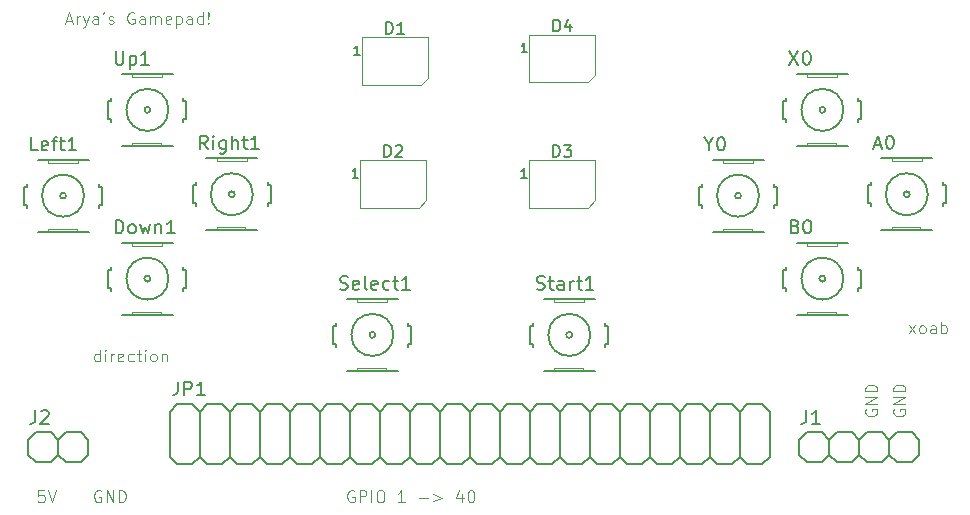
<source format=gbr>
%TF.GenerationSoftware,KiCad,Pcbnew,9.0.2*%
%TF.CreationDate,2025-06-23T15:15:27-04:00*%
%TF.ProjectId,GamePad,47616d65-5061-4642-9e6b-696361645f70,rev?*%
%TF.SameCoordinates,Original*%
%TF.FileFunction,Legend,Top*%
%TF.FilePolarity,Positive*%
%FSLAX46Y46*%
G04 Gerber Fmt 4.6, Leading zero omitted, Abs format (unit mm)*
G04 Created by KiCad (PCBNEW 9.0.2) date 2025-06-23 15:15:27*
%MOMM*%
%LPD*%
G01*
G04 APERTURE LIST*
%ADD10C,0.100000*%
%ADD11C,0.127000*%
%ADD12C,0.150000*%
%ADD13C,0.152400*%
%ADD14C,0.050800*%
%ADD15C,0.120000*%
G04 APERTURE END LIST*
D10*
X87026288Y-187291056D02*
X86978669Y-187386294D01*
X86978669Y-187386294D02*
X86978669Y-187529151D01*
X86978669Y-187529151D02*
X87026288Y-187672008D01*
X87026288Y-187672008D02*
X87121526Y-187767246D01*
X87121526Y-187767246D02*
X87216764Y-187814865D01*
X87216764Y-187814865D02*
X87407240Y-187862484D01*
X87407240Y-187862484D02*
X87550097Y-187862484D01*
X87550097Y-187862484D02*
X87740573Y-187814865D01*
X87740573Y-187814865D02*
X87835811Y-187767246D01*
X87835811Y-187767246D02*
X87931050Y-187672008D01*
X87931050Y-187672008D02*
X87978669Y-187529151D01*
X87978669Y-187529151D02*
X87978669Y-187433913D01*
X87978669Y-187433913D02*
X87931050Y-187291056D01*
X87931050Y-187291056D02*
X87883430Y-187243437D01*
X87883430Y-187243437D02*
X87550097Y-187243437D01*
X87550097Y-187243437D02*
X87550097Y-187433913D01*
X87978669Y-186814865D02*
X86978669Y-186814865D01*
X86978669Y-186814865D02*
X87978669Y-186243437D01*
X87978669Y-186243437D02*
X86978669Y-186243437D01*
X87978669Y-185767246D02*
X86978669Y-185767246D01*
X86978669Y-185767246D02*
X86978669Y-185529151D01*
X86978669Y-185529151D02*
X87026288Y-185386294D01*
X87026288Y-185386294D02*
X87121526Y-185291056D01*
X87121526Y-185291056D02*
X87216764Y-185243437D01*
X87216764Y-185243437D02*
X87407240Y-185195818D01*
X87407240Y-185195818D02*
X87550097Y-185195818D01*
X87550097Y-185195818D02*
X87740573Y-185243437D01*
X87740573Y-185243437D02*
X87835811Y-185291056D01*
X87835811Y-185291056D02*
X87931050Y-185386294D01*
X87931050Y-185386294D02*
X87978669Y-185529151D01*
X87978669Y-185529151D02*
X87978669Y-185767246D01*
X89407538Y-187291056D02*
X89359919Y-187386294D01*
X89359919Y-187386294D02*
X89359919Y-187529151D01*
X89359919Y-187529151D02*
X89407538Y-187672008D01*
X89407538Y-187672008D02*
X89502776Y-187767246D01*
X89502776Y-187767246D02*
X89598014Y-187814865D01*
X89598014Y-187814865D02*
X89788490Y-187862484D01*
X89788490Y-187862484D02*
X89931347Y-187862484D01*
X89931347Y-187862484D02*
X90121823Y-187814865D01*
X90121823Y-187814865D02*
X90217061Y-187767246D01*
X90217061Y-187767246D02*
X90312300Y-187672008D01*
X90312300Y-187672008D02*
X90359919Y-187529151D01*
X90359919Y-187529151D02*
X90359919Y-187433913D01*
X90359919Y-187433913D02*
X90312300Y-187291056D01*
X90312300Y-187291056D02*
X90264680Y-187243437D01*
X90264680Y-187243437D02*
X89931347Y-187243437D01*
X89931347Y-187243437D02*
X89931347Y-187433913D01*
X90359919Y-186814865D02*
X89359919Y-186814865D01*
X89359919Y-186814865D02*
X90359919Y-186243437D01*
X90359919Y-186243437D02*
X89359919Y-186243437D01*
X90359919Y-185767246D02*
X89359919Y-185767246D01*
X89359919Y-185767246D02*
X89359919Y-185529151D01*
X89359919Y-185529151D02*
X89407538Y-185386294D01*
X89407538Y-185386294D02*
X89502776Y-185291056D01*
X89502776Y-185291056D02*
X89598014Y-185243437D01*
X89598014Y-185243437D02*
X89788490Y-185195818D01*
X89788490Y-185195818D02*
X89931347Y-185195818D01*
X89931347Y-185195818D02*
X90121823Y-185243437D01*
X90121823Y-185243437D02*
X90217061Y-185291056D01*
X90217061Y-185291056D02*
X90312300Y-185386294D01*
X90312300Y-185386294D02*
X90359919Y-185529151D01*
X90359919Y-185529151D02*
X90359919Y-185767246D01*
X22258943Y-194182538D02*
X22163705Y-194134919D01*
X22163705Y-194134919D02*
X22020848Y-194134919D01*
X22020848Y-194134919D02*
X21877991Y-194182538D01*
X21877991Y-194182538D02*
X21782753Y-194277776D01*
X21782753Y-194277776D02*
X21735134Y-194373014D01*
X21735134Y-194373014D02*
X21687515Y-194563490D01*
X21687515Y-194563490D02*
X21687515Y-194706347D01*
X21687515Y-194706347D02*
X21735134Y-194896823D01*
X21735134Y-194896823D02*
X21782753Y-194992061D01*
X21782753Y-194992061D02*
X21877991Y-195087300D01*
X21877991Y-195087300D02*
X22020848Y-195134919D01*
X22020848Y-195134919D02*
X22116086Y-195134919D01*
X22116086Y-195134919D02*
X22258943Y-195087300D01*
X22258943Y-195087300D02*
X22306562Y-195039680D01*
X22306562Y-195039680D02*
X22306562Y-194706347D01*
X22306562Y-194706347D02*
X22116086Y-194706347D01*
X22735134Y-195134919D02*
X22735134Y-194134919D01*
X22735134Y-194134919D02*
X23306562Y-195134919D01*
X23306562Y-195134919D02*
X23306562Y-194134919D01*
X23782753Y-195134919D02*
X23782753Y-194134919D01*
X23782753Y-194134919D02*
X24020848Y-194134919D01*
X24020848Y-194134919D02*
X24163705Y-194182538D01*
X24163705Y-194182538D02*
X24258943Y-194277776D01*
X24258943Y-194277776D02*
X24306562Y-194373014D01*
X24306562Y-194373014D02*
X24354181Y-194563490D01*
X24354181Y-194563490D02*
X24354181Y-194706347D01*
X24354181Y-194706347D02*
X24306562Y-194896823D01*
X24306562Y-194896823D02*
X24258943Y-194992061D01*
X24258943Y-194992061D02*
X24163705Y-195087300D01*
X24163705Y-195087300D02*
X24020848Y-195134919D01*
X24020848Y-195134919D02*
X23782753Y-195134919D01*
X17448824Y-194134919D02*
X16972634Y-194134919D01*
X16972634Y-194134919D02*
X16925015Y-194611109D01*
X16925015Y-194611109D02*
X16972634Y-194563490D01*
X16972634Y-194563490D02*
X17067872Y-194515871D01*
X17067872Y-194515871D02*
X17305967Y-194515871D01*
X17305967Y-194515871D02*
X17401205Y-194563490D01*
X17401205Y-194563490D02*
X17448824Y-194611109D01*
X17448824Y-194611109D02*
X17496443Y-194706347D01*
X17496443Y-194706347D02*
X17496443Y-194944442D01*
X17496443Y-194944442D02*
X17448824Y-195039680D01*
X17448824Y-195039680D02*
X17401205Y-195087300D01*
X17401205Y-195087300D02*
X17305967Y-195134919D01*
X17305967Y-195134919D02*
X17067872Y-195134919D01*
X17067872Y-195134919D02*
X16972634Y-195087300D01*
X16972634Y-195087300D02*
X16925015Y-195039680D01*
X17782158Y-194134919D02*
X18115491Y-195134919D01*
X18115491Y-195134919D02*
X18448824Y-194134919D01*
X43690193Y-194182538D02*
X43594955Y-194134919D01*
X43594955Y-194134919D02*
X43452098Y-194134919D01*
X43452098Y-194134919D02*
X43309241Y-194182538D01*
X43309241Y-194182538D02*
X43214003Y-194277776D01*
X43214003Y-194277776D02*
X43166384Y-194373014D01*
X43166384Y-194373014D02*
X43118765Y-194563490D01*
X43118765Y-194563490D02*
X43118765Y-194706347D01*
X43118765Y-194706347D02*
X43166384Y-194896823D01*
X43166384Y-194896823D02*
X43214003Y-194992061D01*
X43214003Y-194992061D02*
X43309241Y-195087300D01*
X43309241Y-195087300D02*
X43452098Y-195134919D01*
X43452098Y-195134919D02*
X43547336Y-195134919D01*
X43547336Y-195134919D02*
X43690193Y-195087300D01*
X43690193Y-195087300D02*
X43737812Y-195039680D01*
X43737812Y-195039680D02*
X43737812Y-194706347D01*
X43737812Y-194706347D02*
X43547336Y-194706347D01*
X44166384Y-195134919D02*
X44166384Y-194134919D01*
X44166384Y-194134919D02*
X44547336Y-194134919D01*
X44547336Y-194134919D02*
X44642574Y-194182538D01*
X44642574Y-194182538D02*
X44690193Y-194230157D01*
X44690193Y-194230157D02*
X44737812Y-194325395D01*
X44737812Y-194325395D02*
X44737812Y-194468252D01*
X44737812Y-194468252D02*
X44690193Y-194563490D01*
X44690193Y-194563490D02*
X44642574Y-194611109D01*
X44642574Y-194611109D02*
X44547336Y-194658728D01*
X44547336Y-194658728D02*
X44166384Y-194658728D01*
X45166384Y-195134919D02*
X45166384Y-194134919D01*
X45833050Y-194134919D02*
X46023526Y-194134919D01*
X46023526Y-194134919D02*
X46118764Y-194182538D01*
X46118764Y-194182538D02*
X46214002Y-194277776D01*
X46214002Y-194277776D02*
X46261621Y-194468252D01*
X46261621Y-194468252D02*
X46261621Y-194801585D01*
X46261621Y-194801585D02*
X46214002Y-194992061D01*
X46214002Y-194992061D02*
X46118764Y-195087300D01*
X46118764Y-195087300D02*
X46023526Y-195134919D01*
X46023526Y-195134919D02*
X45833050Y-195134919D01*
X45833050Y-195134919D02*
X45737812Y-195087300D01*
X45737812Y-195087300D02*
X45642574Y-194992061D01*
X45642574Y-194992061D02*
X45594955Y-194801585D01*
X45594955Y-194801585D02*
X45594955Y-194468252D01*
X45594955Y-194468252D02*
X45642574Y-194277776D01*
X45642574Y-194277776D02*
X45737812Y-194182538D01*
X45737812Y-194182538D02*
X45833050Y-194134919D01*
X47975907Y-195134919D02*
X47404479Y-195134919D01*
X47690193Y-195134919D02*
X47690193Y-194134919D01*
X47690193Y-194134919D02*
X47594955Y-194277776D01*
X47594955Y-194277776D02*
X47499717Y-194373014D01*
X47499717Y-194373014D02*
X47404479Y-194420633D01*
X49166384Y-194753966D02*
X49928289Y-194753966D01*
X50404479Y-194468252D02*
X51166384Y-194753966D01*
X51166384Y-194753966D02*
X50404479Y-195039680D01*
X52833050Y-194468252D02*
X52833050Y-195134919D01*
X52594955Y-194087300D02*
X52356860Y-194801585D01*
X52356860Y-194801585D02*
X52975907Y-194801585D01*
X53547336Y-194134919D02*
X53642574Y-194134919D01*
X53642574Y-194134919D02*
X53737812Y-194182538D01*
X53737812Y-194182538D02*
X53785431Y-194230157D01*
X53785431Y-194230157D02*
X53833050Y-194325395D01*
X53833050Y-194325395D02*
X53880669Y-194515871D01*
X53880669Y-194515871D02*
X53880669Y-194753966D01*
X53880669Y-194753966D02*
X53833050Y-194944442D01*
X53833050Y-194944442D02*
X53785431Y-195039680D01*
X53785431Y-195039680D02*
X53737812Y-195087300D01*
X53737812Y-195087300D02*
X53642574Y-195134919D01*
X53642574Y-195134919D02*
X53547336Y-195134919D01*
X53547336Y-195134919D02*
X53452098Y-195087300D01*
X53452098Y-195087300D02*
X53404479Y-195039680D01*
X53404479Y-195039680D02*
X53356860Y-194944442D01*
X53356860Y-194944442D02*
X53309241Y-194753966D01*
X53309241Y-194753966D02*
X53309241Y-194515871D01*
X53309241Y-194515871D02*
X53356860Y-194325395D01*
X53356860Y-194325395D02*
X53404479Y-194230157D01*
X53404479Y-194230157D02*
X53452098Y-194182538D01*
X53452098Y-194182538D02*
X53547336Y-194134919D01*
X90696146Y-180847419D02*
X91219955Y-180180752D01*
X90696146Y-180180752D02*
X91219955Y-180847419D01*
X91743765Y-180847419D02*
X91648527Y-180799800D01*
X91648527Y-180799800D02*
X91600908Y-180752180D01*
X91600908Y-180752180D02*
X91553289Y-180656942D01*
X91553289Y-180656942D02*
X91553289Y-180371228D01*
X91553289Y-180371228D02*
X91600908Y-180275990D01*
X91600908Y-180275990D02*
X91648527Y-180228371D01*
X91648527Y-180228371D02*
X91743765Y-180180752D01*
X91743765Y-180180752D02*
X91886622Y-180180752D01*
X91886622Y-180180752D02*
X91981860Y-180228371D01*
X91981860Y-180228371D02*
X92029479Y-180275990D01*
X92029479Y-180275990D02*
X92077098Y-180371228D01*
X92077098Y-180371228D02*
X92077098Y-180656942D01*
X92077098Y-180656942D02*
X92029479Y-180752180D01*
X92029479Y-180752180D02*
X91981860Y-180799800D01*
X91981860Y-180799800D02*
X91886622Y-180847419D01*
X91886622Y-180847419D02*
X91743765Y-180847419D01*
X92934241Y-180847419D02*
X92934241Y-180323609D01*
X92934241Y-180323609D02*
X92886622Y-180228371D01*
X92886622Y-180228371D02*
X92791384Y-180180752D01*
X92791384Y-180180752D02*
X92600908Y-180180752D01*
X92600908Y-180180752D02*
X92505670Y-180228371D01*
X92934241Y-180799800D02*
X92839003Y-180847419D01*
X92839003Y-180847419D02*
X92600908Y-180847419D01*
X92600908Y-180847419D02*
X92505670Y-180799800D01*
X92505670Y-180799800D02*
X92458051Y-180704561D01*
X92458051Y-180704561D02*
X92458051Y-180609323D01*
X92458051Y-180609323D02*
X92505670Y-180514085D01*
X92505670Y-180514085D02*
X92600908Y-180466466D01*
X92600908Y-180466466D02*
X92839003Y-180466466D01*
X92839003Y-180466466D02*
X92934241Y-180418847D01*
X93410432Y-180847419D02*
X93410432Y-179847419D01*
X93410432Y-180228371D02*
X93505670Y-180180752D01*
X93505670Y-180180752D02*
X93696146Y-180180752D01*
X93696146Y-180180752D02*
X93791384Y-180228371D01*
X93791384Y-180228371D02*
X93839003Y-180275990D01*
X93839003Y-180275990D02*
X93886622Y-180371228D01*
X93886622Y-180371228D02*
X93886622Y-180656942D01*
X93886622Y-180656942D02*
X93839003Y-180752180D01*
X93839003Y-180752180D02*
X93791384Y-180799800D01*
X93791384Y-180799800D02*
X93696146Y-180847419D01*
X93696146Y-180847419D02*
X93505670Y-180847419D01*
X93505670Y-180847419D02*
X93410432Y-180799800D01*
X22163705Y-183228669D02*
X22163705Y-182228669D01*
X22163705Y-183181050D02*
X22068467Y-183228669D01*
X22068467Y-183228669D02*
X21877991Y-183228669D01*
X21877991Y-183228669D02*
X21782753Y-183181050D01*
X21782753Y-183181050D02*
X21735134Y-183133430D01*
X21735134Y-183133430D02*
X21687515Y-183038192D01*
X21687515Y-183038192D02*
X21687515Y-182752478D01*
X21687515Y-182752478D02*
X21735134Y-182657240D01*
X21735134Y-182657240D02*
X21782753Y-182609621D01*
X21782753Y-182609621D02*
X21877991Y-182562002D01*
X21877991Y-182562002D02*
X22068467Y-182562002D01*
X22068467Y-182562002D02*
X22163705Y-182609621D01*
X22639896Y-183228669D02*
X22639896Y-182562002D01*
X22639896Y-182228669D02*
X22592277Y-182276288D01*
X22592277Y-182276288D02*
X22639896Y-182323907D01*
X22639896Y-182323907D02*
X22687515Y-182276288D01*
X22687515Y-182276288D02*
X22639896Y-182228669D01*
X22639896Y-182228669D02*
X22639896Y-182323907D01*
X23116086Y-183228669D02*
X23116086Y-182562002D01*
X23116086Y-182752478D02*
X23163705Y-182657240D01*
X23163705Y-182657240D02*
X23211324Y-182609621D01*
X23211324Y-182609621D02*
X23306562Y-182562002D01*
X23306562Y-182562002D02*
X23401800Y-182562002D01*
X24116086Y-183181050D02*
X24020848Y-183228669D01*
X24020848Y-183228669D02*
X23830372Y-183228669D01*
X23830372Y-183228669D02*
X23735134Y-183181050D01*
X23735134Y-183181050D02*
X23687515Y-183085811D01*
X23687515Y-183085811D02*
X23687515Y-182704859D01*
X23687515Y-182704859D02*
X23735134Y-182609621D01*
X23735134Y-182609621D02*
X23830372Y-182562002D01*
X23830372Y-182562002D02*
X24020848Y-182562002D01*
X24020848Y-182562002D02*
X24116086Y-182609621D01*
X24116086Y-182609621D02*
X24163705Y-182704859D01*
X24163705Y-182704859D02*
X24163705Y-182800097D01*
X24163705Y-182800097D02*
X23687515Y-182895335D01*
X25020848Y-183181050D02*
X24925610Y-183228669D01*
X24925610Y-183228669D02*
X24735134Y-183228669D01*
X24735134Y-183228669D02*
X24639896Y-183181050D01*
X24639896Y-183181050D02*
X24592277Y-183133430D01*
X24592277Y-183133430D02*
X24544658Y-183038192D01*
X24544658Y-183038192D02*
X24544658Y-182752478D01*
X24544658Y-182752478D02*
X24592277Y-182657240D01*
X24592277Y-182657240D02*
X24639896Y-182609621D01*
X24639896Y-182609621D02*
X24735134Y-182562002D01*
X24735134Y-182562002D02*
X24925610Y-182562002D01*
X24925610Y-182562002D02*
X25020848Y-182609621D01*
X25306563Y-182562002D02*
X25687515Y-182562002D01*
X25449420Y-182228669D02*
X25449420Y-183085811D01*
X25449420Y-183085811D02*
X25497039Y-183181050D01*
X25497039Y-183181050D02*
X25592277Y-183228669D01*
X25592277Y-183228669D02*
X25687515Y-183228669D01*
X26020849Y-183228669D02*
X26020849Y-182562002D01*
X26020849Y-182228669D02*
X25973230Y-182276288D01*
X25973230Y-182276288D02*
X26020849Y-182323907D01*
X26020849Y-182323907D02*
X26068468Y-182276288D01*
X26068468Y-182276288D02*
X26020849Y-182228669D01*
X26020849Y-182228669D02*
X26020849Y-182323907D01*
X26639896Y-183228669D02*
X26544658Y-183181050D01*
X26544658Y-183181050D02*
X26497039Y-183133430D01*
X26497039Y-183133430D02*
X26449420Y-183038192D01*
X26449420Y-183038192D02*
X26449420Y-182752478D01*
X26449420Y-182752478D02*
X26497039Y-182657240D01*
X26497039Y-182657240D02*
X26544658Y-182609621D01*
X26544658Y-182609621D02*
X26639896Y-182562002D01*
X26639896Y-182562002D02*
X26782753Y-182562002D01*
X26782753Y-182562002D02*
X26877991Y-182609621D01*
X26877991Y-182609621D02*
X26925610Y-182657240D01*
X26925610Y-182657240D02*
X26973229Y-182752478D01*
X26973229Y-182752478D02*
X26973229Y-183038192D01*
X26973229Y-183038192D02*
X26925610Y-183133430D01*
X26925610Y-183133430D02*
X26877991Y-183181050D01*
X26877991Y-183181050D02*
X26782753Y-183228669D01*
X26782753Y-183228669D02*
X26639896Y-183228669D01*
X27401801Y-182562002D02*
X27401801Y-183228669D01*
X27401801Y-182657240D02*
X27449420Y-182609621D01*
X27449420Y-182609621D02*
X27544658Y-182562002D01*
X27544658Y-182562002D02*
X27687515Y-182562002D01*
X27687515Y-182562002D02*
X27782753Y-182609621D01*
X27782753Y-182609621D02*
X27830372Y-182704859D01*
X27830372Y-182704859D02*
X27830372Y-183228669D01*
X19306265Y-154367954D02*
X19782455Y-154367954D01*
X19211027Y-154653669D02*
X19544360Y-153653669D01*
X19544360Y-153653669D02*
X19877693Y-154653669D01*
X20211027Y-154653669D02*
X20211027Y-153987002D01*
X20211027Y-154177478D02*
X20258646Y-154082240D01*
X20258646Y-154082240D02*
X20306265Y-154034621D01*
X20306265Y-154034621D02*
X20401503Y-153987002D01*
X20401503Y-153987002D02*
X20496741Y-153987002D01*
X20734837Y-153987002D02*
X20972932Y-154653669D01*
X21211027Y-153987002D02*
X20972932Y-154653669D01*
X20972932Y-154653669D02*
X20877694Y-154891764D01*
X20877694Y-154891764D02*
X20830075Y-154939383D01*
X20830075Y-154939383D02*
X20734837Y-154987002D01*
X22020551Y-154653669D02*
X22020551Y-154129859D01*
X22020551Y-154129859D02*
X21972932Y-154034621D01*
X21972932Y-154034621D02*
X21877694Y-153987002D01*
X21877694Y-153987002D02*
X21687218Y-153987002D01*
X21687218Y-153987002D02*
X21591980Y-154034621D01*
X22020551Y-154606050D02*
X21925313Y-154653669D01*
X21925313Y-154653669D02*
X21687218Y-154653669D01*
X21687218Y-154653669D02*
X21591980Y-154606050D01*
X21591980Y-154606050D02*
X21544361Y-154510811D01*
X21544361Y-154510811D02*
X21544361Y-154415573D01*
X21544361Y-154415573D02*
X21591980Y-154320335D01*
X21591980Y-154320335D02*
X21687218Y-154272716D01*
X21687218Y-154272716D02*
X21925313Y-154272716D01*
X21925313Y-154272716D02*
X22020551Y-154225097D01*
X22544361Y-153653669D02*
X22449123Y-153844145D01*
X22925313Y-154606050D02*
X23020551Y-154653669D01*
X23020551Y-154653669D02*
X23211027Y-154653669D01*
X23211027Y-154653669D02*
X23306265Y-154606050D01*
X23306265Y-154606050D02*
X23353884Y-154510811D01*
X23353884Y-154510811D02*
X23353884Y-154463192D01*
X23353884Y-154463192D02*
X23306265Y-154367954D01*
X23306265Y-154367954D02*
X23211027Y-154320335D01*
X23211027Y-154320335D02*
X23068170Y-154320335D01*
X23068170Y-154320335D02*
X22972932Y-154272716D01*
X22972932Y-154272716D02*
X22925313Y-154177478D01*
X22925313Y-154177478D02*
X22925313Y-154129859D01*
X22925313Y-154129859D02*
X22972932Y-154034621D01*
X22972932Y-154034621D02*
X23068170Y-153987002D01*
X23068170Y-153987002D02*
X23211027Y-153987002D01*
X23211027Y-153987002D02*
X23306265Y-154034621D01*
X25068170Y-153701288D02*
X24972932Y-153653669D01*
X24972932Y-153653669D02*
X24830075Y-153653669D01*
X24830075Y-153653669D02*
X24687218Y-153701288D01*
X24687218Y-153701288D02*
X24591980Y-153796526D01*
X24591980Y-153796526D02*
X24544361Y-153891764D01*
X24544361Y-153891764D02*
X24496742Y-154082240D01*
X24496742Y-154082240D02*
X24496742Y-154225097D01*
X24496742Y-154225097D02*
X24544361Y-154415573D01*
X24544361Y-154415573D02*
X24591980Y-154510811D01*
X24591980Y-154510811D02*
X24687218Y-154606050D01*
X24687218Y-154606050D02*
X24830075Y-154653669D01*
X24830075Y-154653669D02*
X24925313Y-154653669D01*
X24925313Y-154653669D02*
X25068170Y-154606050D01*
X25068170Y-154606050D02*
X25115789Y-154558430D01*
X25115789Y-154558430D02*
X25115789Y-154225097D01*
X25115789Y-154225097D02*
X24925313Y-154225097D01*
X25972932Y-154653669D02*
X25972932Y-154129859D01*
X25972932Y-154129859D02*
X25925313Y-154034621D01*
X25925313Y-154034621D02*
X25830075Y-153987002D01*
X25830075Y-153987002D02*
X25639599Y-153987002D01*
X25639599Y-153987002D02*
X25544361Y-154034621D01*
X25972932Y-154606050D02*
X25877694Y-154653669D01*
X25877694Y-154653669D02*
X25639599Y-154653669D01*
X25639599Y-154653669D02*
X25544361Y-154606050D01*
X25544361Y-154606050D02*
X25496742Y-154510811D01*
X25496742Y-154510811D02*
X25496742Y-154415573D01*
X25496742Y-154415573D02*
X25544361Y-154320335D01*
X25544361Y-154320335D02*
X25639599Y-154272716D01*
X25639599Y-154272716D02*
X25877694Y-154272716D01*
X25877694Y-154272716D02*
X25972932Y-154225097D01*
X26449123Y-154653669D02*
X26449123Y-153987002D01*
X26449123Y-154082240D02*
X26496742Y-154034621D01*
X26496742Y-154034621D02*
X26591980Y-153987002D01*
X26591980Y-153987002D02*
X26734837Y-153987002D01*
X26734837Y-153987002D02*
X26830075Y-154034621D01*
X26830075Y-154034621D02*
X26877694Y-154129859D01*
X26877694Y-154129859D02*
X26877694Y-154653669D01*
X26877694Y-154129859D02*
X26925313Y-154034621D01*
X26925313Y-154034621D02*
X27020551Y-153987002D01*
X27020551Y-153987002D02*
X27163408Y-153987002D01*
X27163408Y-153987002D02*
X27258647Y-154034621D01*
X27258647Y-154034621D02*
X27306266Y-154129859D01*
X27306266Y-154129859D02*
X27306266Y-154653669D01*
X28163408Y-154606050D02*
X28068170Y-154653669D01*
X28068170Y-154653669D02*
X27877694Y-154653669D01*
X27877694Y-154653669D02*
X27782456Y-154606050D01*
X27782456Y-154606050D02*
X27734837Y-154510811D01*
X27734837Y-154510811D02*
X27734837Y-154129859D01*
X27734837Y-154129859D02*
X27782456Y-154034621D01*
X27782456Y-154034621D02*
X27877694Y-153987002D01*
X27877694Y-153987002D02*
X28068170Y-153987002D01*
X28068170Y-153987002D02*
X28163408Y-154034621D01*
X28163408Y-154034621D02*
X28211027Y-154129859D01*
X28211027Y-154129859D02*
X28211027Y-154225097D01*
X28211027Y-154225097D02*
X27734837Y-154320335D01*
X28639599Y-153987002D02*
X28639599Y-154987002D01*
X28639599Y-154034621D02*
X28734837Y-153987002D01*
X28734837Y-153987002D02*
X28925313Y-153987002D01*
X28925313Y-153987002D02*
X29020551Y-154034621D01*
X29020551Y-154034621D02*
X29068170Y-154082240D01*
X29068170Y-154082240D02*
X29115789Y-154177478D01*
X29115789Y-154177478D02*
X29115789Y-154463192D01*
X29115789Y-154463192D02*
X29068170Y-154558430D01*
X29068170Y-154558430D02*
X29020551Y-154606050D01*
X29020551Y-154606050D02*
X28925313Y-154653669D01*
X28925313Y-154653669D02*
X28734837Y-154653669D01*
X28734837Y-154653669D02*
X28639599Y-154606050D01*
X29972932Y-154653669D02*
X29972932Y-154129859D01*
X29972932Y-154129859D02*
X29925313Y-154034621D01*
X29925313Y-154034621D02*
X29830075Y-153987002D01*
X29830075Y-153987002D02*
X29639599Y-153987002D01*
X29639599Y-153987002D02*
X29544361Y-154034621D01*
X29972932Y-154606050D02*
X29877694Y-154653669D01*
X29877694Y-154653669D02*
X29639599Y-154653669D01*
X29639599Y-154653669D02*
X29544361Y-154606050D01*
X29544361Y-154606050D02*
X29496742Y-154510811D01*
X29496742Y-154510811D02*
X29496742Y-154415573D01*
X29496742Y-154415573D02*
X29544361Y-154320335D01*
X29544361Y-154320335D02*
X29639599Y-154272716D01*
X29639599Y-154272716D02*
X29877694Y-154272716D01*
X29877694Y-154272716D02*
X29972932Y-154225097D01*
X30877694Y-154653669D02*
X30877694Y-153653669D01*
X30877694Y-154606050D02*
X30782456Y-154653669D01*
X30782456Y-154653669D02*
X30591980Y-154653669D01*
X30591980Y-154653669D02*
X30496742Y-154606050D01*
X30496742Y-154606050D02*
X30449123Y-154558430D01*
X30449123Y-154558430D02*
X30401504Y-154463192D01*
X30401504Y-154463192D02*
X30401504Y-154177478D01*
X30401504Y-154177478D02*
X30449123Y-154082240D01*
X30449123Y-154082240D02*
X30496742Y-154034621D01*
X30496742Y-154034621D02*
X30591980Y-153987002D01*
X30591980Y-153987002D02*
X30782456Y-153987002D01*
X30782456Y-153987002D02*
X30877694Y-154034621D01*
X31353885Y-154558430D02*
X31401504Y-154606050D01*
X31401504Y-154606050D02*
X31353885Y-154653669D01*
X31353885Y-154653669D02*
X31306266Y-154606050D01*
X31306266Y-154606050D02*
X31353885Y-154558430D01*
X31353885Y-154558430D02*
X31353885Y-154653669D01*
X31353885Y-154272716D02*
X31306266Y-153701288D01*
X31306266Y-153701288D02*
X31353885Y-153653669D01*
X31353885Y-153653669D02*
X31401504Y-153701288D01*
X31401504Y-153701288D02*
X31353885Y-154272716D01*
X31353885Y-154272716D02*
X31353885Y-153653669D01*
D11*
X73725409Y-164815628D02*
X73725409Y-165359914D01*
X73344409Y-164216914D02*
X73725409Y-164815628D01*
X73725409Y-164815628D02*
X74106409Y-164216914D01*
X74705123Y-164216914D02*
X74813980Y-164216914D01*
X74813980Y-164216914D02*
X74922837Y-164271343D01*
X74922837Y-164271343D02*
X74977266Y-164325771D01*
X74977266Y-164325771D02*
X75031694Y-164434628D01*
X75031694Y-164434628D02*
X75086123Y-164652343D01*
X75086123Y-164652343D02*
X75086123Y-164924486D01*
X75086123Y-164924486D02*
X75031694Y-165142200D01*
X75031694Y-165142200D02*
X74977266Y-165251057D01*
X74977266Y-165251057D02*
X74922837Y-165305486D01*
X74922837Y-165305486D02*
X74813980Y-165359914D01*
X74813980Y-165359914D02*
X74705123Y-165359914D01*
X74705123Y-165359914D02*
X74596266Y-165305486D01*
X74596266Y-165305486D02*
X74541837Y-165251057D01*
X74541837Y-165251057D02*
X74487408Y-165142200D01*
X74487408Y-165142200D02*
X74432980Y-164924486D01*
X74432980Y-164924486D02*
X74432980Y-164652343D01*
X74432980Y-164652343D02*
X74487408Y-164434628D01*
X74487408Y-164434628D02*
X74541837Y-164325771D01*
X74541837Y-164325771D02*
X74596266Y-164271343D01*
X74596266Y-164271343D02*
X74705123Y-164216914D01*
X80542587Y-156952514D02*
X81304587Y-158095514D01*
X81304587Y-156952514D02*
X80542587Y-158095514D01*
X81957730Y-156952514D02*
X82066587Y-156952514D01*
X82066587Y-156952514D02*
X82175444Y-157006943D01*
X82175444Y-157006943D02*
X82229873Y-157061371D01*
X82229873Y-157061371D02*
X82284301Y-157170228D01*
X82284301Y-157170228D02*
X82338730Y-157387943D01*
X82338730Y-157387943D02*
X82338730Y-157660086D01*
X82338730Y-157660086D02*
X82284301Y-157877800D01*
X82284301Y-157877800D02*
X82229873Y-157986657D01*
X82229873Y-157986657D02*
X82175444Y-158041086D01*
X82175444Y-158041086D02*
X82066587Y-158095514D01*
X82066587Y-158095514D02*
X81957730Y-158095514D01*
X81957730Y-158095514D02*
X81848873Y-158041086D01*
X81848873Y-158041086D02*
X81794444Y-157986657D01*
X81794444Y-157986657D02*
X81740015Y-157877800D01*
X81740015Y-157877800D02*
X81685587Y-157660086D01*
X81685587Y-157660086D02*
X81685587Y-157387943D01*
X81685587Y-157387943D02*
X81740015Y-157170228D01*
X81740015Y-157170228D02*
X81794444Y-157061371D01*
X81794444Y-157061371D02*
X81848873Y-157006943D01*
X81848873Y-157006943D02*
X81957730Y-156952514D01*
X23501444Y-156952514D02*
X23501444Y-157877800D01*
X23501444Y-157877800D02*
X23555873Y-157986657D01*
X23555873Y-157986657D02*
X23610302Y-158041086D01*
X23610302Y-158041086D02*
X23719159Y-158095514D01*
X23719159Y-158095514D02*
X23936873Y-158095514D01*
X23936873Y-158095514D02*
X24045730Y-158041086D01*
X24045730Y-158041086D02*
X24100159Y-157986657D01*
X24100159Y-157986657D02*
X24154587Y-157877800D01*
X24154587Y-157877800D02*
X24154587Y-156952514D01*
X24698873Y-157333514D02*
X24698873Y-158476514D01*
X24698873Y-157387943D02*
X24807731Y-157333514D01*
X24807731Y-157333514D02*
X25025445Y-157333514D01*
X25025445Y-157333514D02*
X25134302Y-157387943D01*
X25134302Y-157387943D02*
X25188731Y-157442371D01*
X25188731Y-157442371D02*
X25243159Y-157551228D01*
X25243159Y-157551228D02*
X25243159Y-157877800D01*
X25243159Y-157877800D02*
X25188731Y-157986657D01*
X25188731Y-157986657D02*
X25134302Y-158041086D01*
X25134302Y-158041086D02*
X25025445Y-158095514D01*
X25025445Y-158095514D02*
X24807731Y-158095514D01*
X24807731Y-158095514D02*
X24698873Y-158041086D01*
X26331731Y-158095514D02*
X25678588Y-158095514D01*
X26005159Y-158095514D02*
X26005159Y-156952514D01*
X26005159Y-156952514D02*
X25896302Y-157115800D01*
X25896302Y-157115800D02*
X25787445Y-157224657D01*
X25787445Y-157224657D02*
X25678588Y-157279086D01*
X59165766Y-177091086D02*
X59329052Y-177145514D01*
X59329052Y-177145514D02*
X59601194Y-177145514D01*
X59601194Y-177145514D02*
X59710052Y-177091086D01*
X59710052Y-177091086D02*
X59764480Y-177036657D01*
X59764480Y-177036657D02*
X59818909Y-176927800D01*
X59818909Y-176927800D02*
X59818909Y-176818943D01*
X59818909Y-176818943D02*
X59764480Y-176710086D01*
X59764480Y-176710086D02*
X59710052Y-176655657D01*
X59710052Y-176655657D02*
X59601194Y-176601228D01*
X59601194Y-176601228D02*
X59383480Y-176546800D01*
X59383480Y-176546800D02*
X59274623Y-176492371D01*
X59274623Y-176492371D02*
X59220194Y-176437943D01*
X59220194Y-176437943D02*
X59165766Y-176329086D01*
X59165766Y-176329086D02*
X59165766Y-176220228D01*
X59165766Y-176220228D02*
X59220194Y-176111371D01*
X59220194Y-176111371D02*
X59274623Y-176056943D01*
X59274623Y-176056943D02*
X59383480Y-176002514D01*
X59383480Y-176002514D02*
X59655623Y-176002514D01*
X59655623Y-176002514D02*
X59818909Y-176056943D01*
X60145480Y-176383514D02*
X60580908Y-176383514D01*
X60308765Y-176002514D02*
X60308765Y-176982228D01*
X60308765Y-176982228D02*
X60363194Y-177091086D01*
X60363194Y-177091086D02*
X60472051Y-177145514D01*
X60472051Y-177145514D02*
X60580908Y-177145514D01*
X61451766Y-177145514D02*
X61451766Y-176546800D01*
X61451766Y-176546800D02*
X61397337Y-176437943D01*
X61397337Y-176437943D02*
X61288480Y-176383514D01*
X61288480Y-176383514D02*
X61070766Y-176383514D01*
X61070766Y-176383514D02*
X60961908Y-176437943D01*
X61451766Y-177091086D02*
X61342908Y-177145514D01*
X61342908Y-177145514D02*
X61070766Y-177145514D01*
X61070766Y-177145514D02*
X60961908Y-177091086D01*
X60961908Y-177091086D02*
X60907480Y-176982228D01*
X60907480Y-176982228D02*
X60907480Y-176873371D01*
X60907480Y-176873371D02*
X60961908Y-176764514D01*
X60961908Y-176764514D02*
X61070766Y-176710086D01*
X61070766Y-176710086D02*
X61342908Y-176710086D01*
X61342908Y-176710086D02*
X61451766Y-176655657D01*
X61996051Y-177145514D02*
X61996051Y-176383514D01*
X61996051Y-176601228D02*
X62050480Y-176492371D01*
X62050480Y-176492371D02*
X62104909Y-176437943D01*
X62104909Y-176437943D02*
X62213766Y-176383514D01*
X62213766Y-176383514D02*
X62322623Y-176383514D01*
X62540337Y-176383514D02*
X62975765Y-176383514D01*
X62703622Y-176002514D02*
X62703622Y-176982228D01*
X62703622Y-176982228D02*
X62758051Y-177091086D01*
X62758051Y-177091086D02*
X62866908Y-177145514D01*
X62866908Y-177145514D02*
X62975765Y-177145514D01*
X63955480Y-177145514D02*
X63302337Y-177145514D01*
X63628908Y-177145514D02*
X63628908Y-176002514D01*
X63628908Y-176002514D02*
X63520051Y-176165800D01*
X63520051Y-176165800D02*
X63411194Y-176274657D01*
X63411194Y-176274657D02*
X63302337Y-176329086D01*
X42497016Y-177091086D02*
X42660302Y-177145514D01*
X42660302Y-177145514D02*
X42932444Y-177145514D01*
X42932444Y-177145514D02*
X43041302Y-177091086D01*
X43041302Y-177091086D02*
X43095730Y-177036657D01*
X43095730Y-177036657D02*
X43150159Y-176927800D01*
X43150159Y-176927800D02*
X43150159Y-176818943D01*
X43150159Y-176818943D02*
X43095730Y-176710086D01*
X43095730Y-176710086D02*
X43041302Y-176655657D01*
X43041302Y-176655657D02*
X42932444Y-176601228D01*
X42932444Y-176601228D02*
X42714730Y-176546800D01*
X42714730Y-176546800D02*
X42605873Y-176492371D01*
X42605873Y-176492371D02*
X42551444Y-176437943D01*
X42551444Y-176437943D02*
X42497016Y-176329086D01*
X42497016Y-176329086D02*
X42497016Y-176220228D01*
X42497016Y-176220228D02*
X42551444Y-176111371D01*
X42551444Y-176111371D02*
X42605873Y-176056943D01*
X42605873Y-176056943D02*
X42714730Y-176002514D01*
X42714730Y-176002514D02*
X42986873Y-176002514D01*
X42986873Y-176002514D02*
X43150159Y-176056943D01*
X44075444Y-177091086D02*
X43966587Y-177145514D01*
X43966587Y-177145514D02*
X43748873Y-177145514D01*
X43748873Y-177145514D02*
X43640015Y-177091086D01*
X43640015Y-177091086D02*
X43585587Y-176982228D01*
X43585587Y-176982228D02*
X43585587Y-176546800D01*
X43585587Y-176546800D02*
X43640015Y-176437943D01*
X43640015Y-176437943D02*
X43748873Y-176383514D01*
X43748873Y-176383514D02*
X43966587Y-176383514D01*
X43966587Y-176383514D02*
X44075444Y-176437943D01*
X44075444Y-176437943D02*
X44129873Y-176546800D01*
X44129873Y-176546800D02*
X44129873Y-176655657D01*
X44129873Y-176655657D02*
X43585587Y-176764514D01*
X44783015Y-177145514D02*
X44674158Y-177091086D01*
X44674158Y-177091086D02*
X44619729Y-176982228D01*
X44619729Y-176982228D02*
X44619729Y-176002514D01*
X45653872Y-177091086D02*
X45545015Y-177145514D01*
X45545015Y-177145514D02*
X45327301Y-177145514D01*
X45327301Y-177145514D02*
X45218443Y-177091086D01*
X45218443Y-177091086D02*
X45164015Y-176982228D01*
X45164015Y-176982228D02*
X45164015Y-176546800D01*
X45164015Y-176546800D02*
X45218443Y-176437943D01*
X45218443Y-176437943D02*
X45327301Y-176383514D01*
X45327301Y-176383514D02*
X45545015Y-176383514D01*
X45545015Y-176383514D02*
X45653872Y-176437943D01*
X45653872Y-176437943D02*
X45708301Y-176546800D01*
X45708301Y-176546800D02*
X45708301Y-176655657D01*
X45708301Y-176655657D02*
X45164015Y-176764514D01*
X46688015Y-177091086D02*
X46579157Y-177145514D01*
X46579157Y-177145514D02*
X46361443Y-177145514D01*
X46361443Y-177145514D02*
X46252586Y-177091086D01*
X46252586Y-177091086D02*
X46198157Y-177036657D01*
X46198157Y-177036657D02*
X46143729Y-176927800D01*
X46143729Y-176927800D02*
X46143729Y-176601228D01*
X46143729Y-176601228D02*
X46198157Y-176492371D01*
X46198157Y-176492371D02*
X46252586Y-176437943D01*
X46252586Y-176437943D02*
X46361443Y-176383514D01*
X46361443Y-176383514D02*
X46579157Y-176383514D01*
X46579157Y-176383514D02*
X46688015Y-176437943D01*
X47014586Y-176383514D02*
X47450014Y-176383514D01*
X47177871Y-176002514D02*
X47177871Y-176982228D01*
X47177871Y-176982228D02*
X47232300Y-177091086D01*
X47232300Y-177091086D02*
X47341157Y-177145514D01*
X47341157Y-177145514D02*
X47450014Y-177145514D01*
X48429729Y-177145514D02*
X47776586Y-177145514D01*
X48103157Y-177145514D02*
X48103157Y-176002514D01*
X48103157Y-176002514D02*
X47994300Y-176165800D01*
X47994300Y-176165800D02*
X47885443Y-176274657D01*
X47885443Y-176274657D02*
X47776586Y-176329086D01*
X31298337Y-165239264D02*
X30917337Y-164694978D01*
X30645194Y-165239264D02*
X30645194Y-164096264D01*
X30645194Y-164096264D02*
X31080623Y-164096264D01*
X31080623Y-164096264D02*
X31189480Y-164150693D01*
X31189480Y-164150693D02*
X31243909Y-164205121D01*
X31243909Y-164205121D02*
X31298337Y-164313978D01*
X31298337Y-164313978D02*
X31298337Y-164477264D01*
X31298337Y-164477264D02*
X31243909Y-164586121D01*
X31243909Y-164586121D02*
X31189480Y-164640550D01*
X31189480Y-164640550D02*
X31080623Y-164694978D01*
X31080623Y-164694978D02*
X30645194Y-164694978D01*
X31788194Y-165239264D02*
X31788194Y-164477264D01*
X31788194Y-164096264D02*
X31733766Y-164150693D01*
X31733766Y-164150693D02*
X31788194Y-164205121D01*
X31788194Y-164205121D02*
X31842623Y-164150693D01*
X31842623Y-164150693D02*
X31788194Y-164096264D01*
X31788194Y-164096264D02*
X31788194Y-164205121D01*
X32822338Y-164477264D02*
X32822338Y-165402550D01*
X32822338Y-165402550D02*
X32767909Y-165511407D01*
X32767909Y-165511407D02*
X32713480Y-165565836D01*
X32713480Y-165565836D02*
X32604623Y-165620264D01*
X32604623Y-165620264D02*
X32441338Y-165620264D01*
X32441338Y-165620264D02*
X32332480Y-165565836D01*
X32822338Y-165184836D02*
X32713480Y-165239264D01*
X32713480Y-165239264D02*
X32495766Y-165239264D01*
X32495766Y-165239264D02*
X32386909Y-165184836D01*
X32386909Y-165184836D02*
X32332480Y-165130407D01*
X32332480Y-165130407D02*
X32278052Y-165021550D01*
X32278052Y-165021550D02*
X32278052Y-164694978D01*
X32278052Y-164694978D02*
X32332480Y-164586121D01*
X32332480Y-164586121D02*
X32386909Y-164531693D01*
X32386909Y-164531693D02*
X32495766Y-164477264D01*
X32495766Y-164477264D02*
X32713480Y-164477264D01*
X32713480Y-164477264D02*
X32822338Y-164531693D01*
X33366623Y-165239264D02*
X33366623Y-164096264D01*
X33856481Y-165239264D02*
X33856481Y-164640550D01*
X33856481Y-164640550D02*
X33802052Y-164531693D01*
X33802052Y-164531693D02*
X33693195Y-164477264D01*
X33693195Y-164477264D02*
X33529909Y-164477264D01*
X33529909Y-164477264D02*
X33421052Y-164531693D01*
X33421052Y-164531693D02*
X33366623Y-164586121D01*
X34237481Y-164477264D02*
X34672909Y-164477264D01*
X34400766Y-164096264D02*
X34400766Y-165075978D01*
X34400766Y-165075978D02*
X34455195Y-165184836D01*
X34455195Y-165184836D02*
X34564052Y-165239264D01*
X34564052Y-165239264D02*
X34672909Y-165239264D01*
X35652624Y-165239264D02*
X34999481Y-165239264D01*
X35326052Y-165239264D02*
X35326052Y-164096264D01*
X35326052Y-164096264D02*
X35217195Y-164259550D01*
X35217195Y-164259550D02*
X35108338Y-164368407D01*
X35108338Y-164368407D02*
X34999481Y-164422836D01*
X16901980Y-165359914D02*
X16357694Y-165359914D01*
X16357694Y-165359914D02*
X16357694Y-164216914D01*
X17718409Y-165305486D02*
X17609552Y-165359914D01*
X17609552Y-165359914D02*
X17391838Y-165359914D01*
X17391838Y-165359914D02*
X17282980Y-165305486D01*
X17282980Y-165305486D02*
X17228552Y-165196628D01*
X17228552Y-165196628D02*
X17228552Y-164761200D01*
X17228552Y-164761200D02*
X17282980Y-164652343D01*
X17282980Y-164652343D02*
X17391838Y-164597914D01*
X17391838Y-164597914D02*
X17609552Y-164597914D01*
X17609552Y-164597914D02*
X17718409Y-164652343D01*
X17718409Y-164652343D02*
X17772838Y-164761200D01*
X17772838Y-164761200D02*
X17772838Y-164870057D01*
X17772838Y-164870057D02*
X17228552Y-164978914D01*
X18099409Y-164597914D02*
X18534837Y-164597914D01*
X18262694Y-165359914D02*
X18262694Y-164380200D01*
X18262694Y-164380200D02*
X18317123Y-164271343D01*
X18317123Y-164271343D02*
X18425980Y-164216914D01*
X18425980Y-164216914D02*
X18534837Y-164216914D01*
X18752552Y-164597914D02*
X19187980Y-164597914D01*
X18915837Y-164216914D02*
X18915837Y-165196628D01*
X18915837Y-165196628D02*
X18970266Y-165305486D01*
X18970266Y-165305486D02*
X19079123Y-165359914D01*
X19079123Y-165359914D02*
X19187980Y-165359914D01*
X20167695Y-165359914D02*
X19514552Y-165359914D01*
X19841123Y-165359914D02*
X19841123Y-164216914D01*
X19841123Y-164216914D02*
X19732266Y-164380200D01*
X19732266Y-164380200D02*
X19623409Y-164489057D01*
X19623409Y-164489057D02*
X19514552Y-164543486D01*
X28781016Y-184924264D02*
X28781016Y-185740693D01*
X28781016Y-185740693D02*
X28726587Y-185903978D01*
X28726587Y-185903978D02*
X28617730Y-186012836D01*
X28617730Y-186012836D02*
X28454444Y-186067264D01*
X28454444Y-186067264D02*
X28345587Y-186067264D01*
X29325301Y-186067264D02*
X29325301Y-184924264D01*
X29325301Y-184924264D02*
X29760730Y-184924264D01*
X29760730Y-184924264D02*
X29869587Y-184978693D01*
X29869587Y-184978693D02*
X29924016Y-185033121D01*
X29924016Y-185033121D02*
X29978444Y-185141978D01*
X29978444Y-185141978D02*
X29978444Y-185305264D01*
X29978444Y-185305264D02*
X29924016Y-185414121D01*
X29924016Y-185414121D02*
X29869587Y-185468550D01*
X29869587Y-185468550D02*
X29760730Y-185522978D01*
X29760730Y-185522978D02*
X29325301Y-185522978D01*
X31067016Y-186067264D02*
X30413873Y-186067264D01*
X30740444Y-186067264D02*
X30740444Y-184924264D01*
X30740444Y-184924264D02*
X30631587Y-185087550D01*
X30631587Y-185087550D02*
X30522730Y-185196407D01*
X30522730Y-185196407D02*
X30413873Y-185250836D01*
X16694460Y-187352288D02*
X16694460Y-188168717D01*
X16694460Y-188168717D02*
X16640031Y-188332002D01*
X16640031Y-188332002D02*
X16531174Y-188440860D01*
X16531174Y-188440860D02*
X16367888Y-188495288D01*
X16367888Y-188495288D02*
X16259031Y-188495288D01*
X17184317Y-187461145D02*
X17238745Y-187406717D01*
X17238745Y-187406717D02*
X17347603Y-187352288D01*
X17347603Y-187352288D02*
X17619745Y-187352288D01*
X17619745Y-187352288D02*
X17728603Y-187406717D01*
X17728603Y-187406717D02*
X17783031Y-187461145D01*
X17783031Y-187461145D02*
X17837460Y-187570002D01*
X17837460Y-187570002D02*
X17837460Y-187678860D01*
X17837460Y-187678860D02*
X17783031Y-187842145D01*
X17783031Y-187842145D02*
X17129888Y-188495288D01*
X17129888Y-188495288D02*
X17837460Y-188495288D01*
X81974539Y-187352288D02*
X81974539Y-188168717D01*
X81974539Y-188168717D02*
X81920110Y-188332002D01*
X81920110Y-188332002D02*
X81811253Y-188440860D01*
X81811253Y-188440860D02*
X81647967Y-188495288D01*
X81647967Y-188495288D02*
X81539110Y-188495288D01*
X83117539Y-188495288D02*
X82464396Y-188495288D01*
X82790967Y-188495288D02*
X82790967Y-187352288D01*
X82790967Y-187352288D02*
X82682110Y-187515574D01*
X82682110Y-187515574D02*
X82573253Y-187624431D01*
X82573253Y-187624431D02*
X82464396Y-187678860D01*
X23501444Y-172383014D02*
X23501444Y-171240014D01*
X23501444Y-171240014D02*
X23773587Y-171240014D01*
X23773587Y-171240014D02*
X23936873Y-171294443D01*
X23936873Y-171294443D02*
X24045730Y-171403300D01*
X24045730Y-171403300D02*
X24100159Y-171512157D01*
X24100159Y-171512157D02*
X24154587Y-171729871D01*
X24154587Y-171729871D02*
X24154587Y-171893157D01*
X24154587Y-171893157D02*
X24100159Y-172110871D01*
X24100159Y-172110871D02*
X24045730Y-172219728D01*
X24045730Y-172219728D02*
X23936873Y-172328586D01*
X23936873Y-172328586D02*
X23773587Y-172383014D01*
X23773587Y-172383014D02*
X23501444Y-172383014D01*
X24807730Y-172383014D02*
X24698873Y-172328586D01*
X24698873Y-172328586D02*
X24644444Y-172274157D01*
X24644444Y-172274157D02*
X24590016Y-172165300D01*
X24590016Y-172165300D02*
X24590016Y-171838728D01*
X24590016Y-171838728D02*
X24644444Y-171729871D01*
X24644444Y-171729871D02*
X24698873Y-171675443D01*
X24698873Y-171675443D02*
X24807730Y-171621014D01*
X24807730Y-171621014D02*
X24971016Y-171621014D01*
X24971016Y-171621014D02*
X25079873Y-171675443D01*
X25079873Y-171675443D02*
X25134302Y-171729871D01*
X25134302Y-171729871D02*
X25188730Y-171838728D01*
X25188730Y-171838728D02*
X25188730Y-172165300D01*
X25188730Y-172165300D02*
X25134302Y-172274157D01*
X25134302Y-172274157D02*
X25079873Y-172328586D01*
X25079873Y-172328586D02*
X24971016Y-172383014D01*
X24971016Y-172383014D02*
X24807730Y-172383014D01*
X25569730Y-171621014D02*
X25787445Y-172383014D01*
X25787445Y-172383014D02*
X26005159Y-171838728D01*
X26005159Y-171838728D02*
X26222873Y-172383014D01*
X26222873Y-172383014D02*
X26440587Y-171621014D01*
X26876016Y-171621014D02*
X26876016Y-172383014D01*
X26876016Y-171729871D02*
X26930445Y-171675443D01*
X26930445Y-171675443D02*
X27039302Y-171621014D01*
X27039302Y-171621014D02*
X27202588Y-171621014D01*
X27202588Y-171621014D02*
X27311445Y-171675443D01*
X27311445Y-171675443D02*
X27365874Y-171784300D01*
X27365874Y-171784300D02*
X27365874Y-172383014D01*
X28508874Y-172383014D02*
X27855731Y-172383014D01*
X28182302Y-172383014D02*
X28182302Y-171240014D01*
X28182302Y-171240014D02*
X28073445Y-171403300D01*
X28073445Y-171403300D02*
X27964588Y-171512157D01*
X27964588Y-171512157D02*
X27855731Y-171566586D01*
D12*
X60572643Y-155279953D02*
X60572643Y-154279953D01*
X60572643Y-154279953D02*
X60810738Y-154279953D01*
X60810738Y-154279953D02*
X60953595Y-154327572D01*
X60953595Y-154327572D02*
X61048833Y-154422810D01*
X61048833Y-154422810D02*
X61096452Y-154518048D01*
X61096452Y-154518048D02*
X61144071Y-154708524D01*
X61144071Y-154708524D02*
X61144071Y-154851381D01*
X61144071Y-154851381D02*
X61096452Y-155041857D01*
X61096452Y-155041857D02*
X61048833Y-155137095D01*
X61048833Y-155137095D02*
X60953595Y-155232334D01*
X60953595Y-155232334D02*
X60810738Y-155279953D01*
X60810738Y-155279953D02*
X60572643Y-155279953D01*
X62001214Y-154613286D02*
X62001214Y-155279953D01*
X61763119Y-154232334D02*
X61525024Y-154946619D01*
X61525024Y-154946619D02*
X62144071Y-154946619D01*
X58339309Y-157062429D02*
X57882166Y-157062429D01*
X58110738Y-157062429D02*
X58110738Y-156262429D01*
X58110738Y-156262429D02*
X58034547Y-156376714D01*
X58034547Y-156376714D02*
X57958357Y-156452905D01*
X57958357Y-156452905D02*
X57882166Y-156491000D01*
X60543155Y-165898569D02*
X60543155Y-164898569D01*
X60543155Y-164898569D02*
X60781250Y-164898569D01*
X60781250Y-164898569D02*
X60924107Y-164946188D01*
X60924107Y-164946188D02*
X61019345Y-165041426D01*
X61019345Y-165041426D02*
X61066964Y-165136664D01*
X61066964Y-165136664D02*
X61114583Y-165327140D01*
X61114583Y-165327140D02*
X61114583Y-165469997D01*
X61114583Y-165469997D02*
X61066964Y-165660473D01*
X61066964Y-165660473D02*
X61019345Y-165755711D01*
X61019345Y-165755711D02*
X60924107Y-165850950D01*
X60924107Y-165850950D02*
X60781250Y-165898569D01*
X60781250Y-165898569D02*
X60543155Y-165898569D01*
X61447917Y-164898569D02*
X62066964Y-164898569D01*
X62066964Y-164898569D02*
X61733631Y-165279521D01*
X61733631Y-165279521D02*
X61876488Y-165279521D01*
X61876488Y-165279521D02*
X61971726Y-165327140D01*
X61971726Y-165327140D02*
X62019345Y-165374759D01*
X62019345Y-165374759D02*
X62066964Y-165469997D01*
X62066964Y-165469997D02*
X62066964Y-165708092D01*
X62066964Y-165708092D02*
X62019345Y-165803330D01*
X62019345Y-165803330D02*
X61971726Y-165850950D01*
X61971726Y-165850950D02*
X61876488Y-165898569D01*
X61876488Y-165898569D02*
X61590774Y-165898569D01*
X61590774Y-165898569D02*
X61495536Y-165850950D01*
X61495536Y-165850950D02*
X61447917Y-165803330D01*
X58309821Y-167681045D02*
X57852678Y-167681045D01*
X58081250Y-167681045D02*
X58081250Y-166881045D01*
X58081250Y-166881045D02*
X58005059Y-166995330D01*
X58005059Y-166995330D02*
X57928869Y-167071521D01*
X57928869Y-167071521D02*
X57852678Y-167109616D01*
X46255655Y-165898569D02*
X46255655Y-164898569D01*
X46255655Y-164898569D02*
X46493750Y-164898569D01*
X46493750Y-164898569D02*
X46636607Y-164946188D01*
X46636607Y-164946188D02*
X46731845Y-165041426D01*
X46731845Y-165041426D02*
X46779464Y-165136664D01*
X46779464Y-165136664D02*
X46827083Y-165327140D01*
X46827083Y-165327140D02*
X46827083Y-165469997D01*
X46827083Y-165469997D02*
X46779464Y-165660473D01*
X46779464Y-165660473D02*
X46731845Y-165755711D01*
X46731845Y-165755711D02*
X46636607Y-165850950D01*
X46636607Y-165850950D02*
X46493750Y-165898569D01*
X46493750Y-165898569D02*
X46255655Y-165898569D01*
X47208036Y-164993807D02*
X47255655Y-164946188D01*
X47255655Y-164946188D02*
X47350893Y-164898569D01*
X47350893Y-164898569D02*
X47588988Y-164898569D01*
X47588988Y-164898569D02*
X47684226Y-164946188D01*
X47684226Y-164946188D02*
X47731845Y-164993807D01*
X47731845Y-164993807D02*
X47779464Y-165089045D01*
X47779464Y-165089045D02*
X47779464Y-165184283D01*
X47779464Y-165184283D02*
X47731845Y-165327140D01*
X47731845Y-165327140D02*
X47160417Y-165898569D01*
X47160417Y-165898569D02*
X47779464Y-165898569D01*
X44022321Y-167681045D02*
X43565178Y-167681045D01*
X43793750Y-167681045D02*
X43793750Y-166881045D01*
X43793750Y-166881045D02*
X43717559Y-166995330D01*
X43717559Y-166995330D02*
X43641369Y-167071521D01*
X43641369Y-167071521D02*
X43565178Y-167109616D01*
X46409726Y-155493250D02*
X46409726Y-154493250D01*
X46409726Y-154493250D02*
X46647821Y-154493250D01*
X46647821Y-154493250D02*
X46790678Y-154540869D01*
X46790678Y-154540869D02*
X46885916Y-154636107D01*
X46885916Y-154636107D02*
X46933535Y-154731345D01*
X46933535Y-154731345D02*
X46981154Y-154921821D01*
X46981154Y-154921821D02*
X46981154Y-155064678D01*
X46981154Y-155064678D02*
X46933535Y-155255154D01*
X46933535Y-155255154D02*
X46885916Y-155350392D01*
X46885916Y-155350392D02*
X46790678Y-155445631D01*
X46790678Y-155445631D02*
X46647821Y-155493250D01*
X46647821Y-155493250D02*
X46409726Y-155493250D01*
X47933535Y-155493250D02*
X47362107Y-155493250D01*
X47647821Y-155493250D02*
X47647821Y-154493250D01*
X47647821Y-154493250D02*
X47552583Y-154636107D01*
X47552583Y-154636107D02*
X47457345Y-154731345D01*
X47457345Y-154731345D02*
X47362107Y-154778964D01*
X44176392Y-157275726D02*
X43719249Y-157275726D01*
X43947821Y-157275726D02*
X43947821Y-156475726D01*
X43947821Y-156475726D02*
X43871630Y-156590011D01*
X43871630Y-156590011D02*
X43795440Y-156666202D01*
X43795440Y-156666202D02*
X43719249Y-156704297D01*
D11*
X81032444Y-171784300D02*
X81195730Y-171838728D01*
X81195730Y-171838728D02*
X81250159Y-171893157D01*
X81250159Y-171893157D02*
X81304587Y-172002014D01*
X81304587Y-172002014D02*
X81304587Y-172165300D01*
X81304587Y-172165300D02*
X81250159Y-172274157D01*
X81250159Y-172274157D02*
X81195730Y-172328586D01*
X81195730Y-172328586D02*
X81086873Y-172383014D01*
X81086873Y-172383014D02*
X80651444Y-172383014D01*
X80651444Y-172383014D02*
X80651444Y-171240014D01*
X80651444Y-171240014D02*
X81032444Y-171240014D01*
X81032444Y-171240014D02*
X81141302Y-171294443D01*
X81141302Y-171294443D02*
X81195730Y-171348871D01*
X81195730Y-171348871D02*
X81250159Y-171457728D01*
X81250159Y-171457728D02*
X81250159Y-171566586D01*
X81250159Y-171566586D02*
X81195730Y-171675443D01*
X81195730Y-171675443D02*
X81141302Y-171729871D01*
X81141302Y-171729871D02*
X81032444Y-171784300D01*
X81032444Y-171784300D02*
X80651444Y-171784300D01*
X82012159Y-171240014D02*
X82121016Y-171240014D01*
X82121016Y-171240014D02*
X82229873Y-171294443D01*
X82229873Y-171294443D02*
X82284302Y-171348871D01*
X82284302Y-171348871D02*
X82338730Y-171457728D01*
X82338730Y-171457728D02*
X82393159Y-171675443D01*
X82393159Y-171675443D02*
X82393159Y-171947586D01*
X82393159Y-171947586D02*
X82338730Y-172165300D01*
X82338730Y-172165300D02*
X82284302Y-172274157D01*
X82284302Y-172274157D02*
X82229873Y-172328586D01*
X82229873Y-172328586D02*
X82121016Y-172383014D01*
X82121016Y-172383014D02*
X82012159Y-172383014D01*
X82012159Y-172383014D02*
X81903302Y-172328586D01*
X81903302Y-172328586D02*
X81848873Y-172274157D01*
X81848873Y-172274157D02*
X81794444Y-172165300D01*
X81794444Y-172165300D02*
X81740016Y-171947586D01*
X81740016Y-171947586D02*
X81740016Y-171675443D01*
X81740016Y-171675443D02*
X81794444Y-171457728D01*
X81794444Y-171457728D02*
X81848873Y-171348871D01*
X81848873Y-171348871D02*
X81903302Y-171294443D01*
X81903302Y-171294443D02*
X82012159Y-171240014D01*
X87740766Y-164912693D02*
X88285052Y-164912693D01*
X87631909Y-165239264D02*
X88012909Y-164096264D01*
X88012909Y-164096264D02*
X88393909Y-165239264D01*
X88992623Y-164096264D02*
X89101480Y-164096264D01*
X89101480Y-164096264D02*
X89210337Y-164150693D01*
X89210337Y-164150693D02*
X89264766Y-164205121D01*
X89264766Y-164205121D02*
X89319194Y-164313978D01*
X89319194Y-164313978D02*
X89373623Y-164531693D01*
X89373623Y-164531693D02*
X89373623Y-164803836D01*
X89373623Y-164803836D02*
X89319194Y-165021550D01*
X89319194Y-165021550D02*
X89264766Y-165130407D01*
X89264766Y-165130407D02*
X89210337Y-165184836D01*
X89210337Y-165184836D02*
X89101480Y-165239264D01*
X89101480Y-165239264D02*
X88992623Y-165239264D01*
X88992623Y-165239264D02*
X88883766Y-165184836D01*
X88883766Y-165184836D02*
X88829337Y-165130407D01*
X88829337Y-165130407D02*
X88774908Y-165021550D01*
X88774908Y-165021550D02*
X88720480Y-164803836D01*
X88720480Y-164803836D02*
X88720480Y-164531693D01*
X88720480Y-164531693D02*
X88774908Y-164313978D01*
X88774908Y-164313978D02*
X88829337Y-164205121D01*
X88829337Y-164205121D02*
X88883766Y-164150693D01*
X88883766Y-164150693D02*
X88992623Y-164096264D01*
D13*
%TO.C,Y0*%
X72898000Y-168427400D02*
X72898000Y-169951400D01*
X72898000Y-168427400D02*
X73152000Y-168427400D01*
X73152000Y-168427400D02*
X73152000Y-168173400D01*
X73152000Y-169951400D02*
X72898000Y-169951400D01*
X73152000Y-169951400D02*
X73152000Y-170205400D01*
X74041000Y-172237400D02*
X74930000Y-172237400D01*
X74930000Y-166141400D02*
X74041000Y-166141400D01*
D14*
X74930000Y-166141400D02*
X74930000Y-166395400D01*
X74930000Y-171983400D02*
X74930000Y-172237400D01*
D13*
X74930000Y-172237400D02*
X77343000Y-172237400D01*
D14*
X77343000Y-171983400D02*
X74930000Y-171983400D01*
X77343000Y-171983400D02*
X77343000Y-172237400D01*
D13*
X77343000Y-172237400D02*
X78359000Y-172237400D01*
X77470000Y-166141400D02*
X74930000Y-166141400D01*
D14*
X77470000Y-166395400D02*
X74930000Y-166395400D01*
X77470000Y-166395400D02*
X77470000Y-166141400D01*
D13*
X78359000Y-166141400D02*
X77470000Y-166141400D01*
X79248000Y-168427400D02*
X79248000Y-168173400D01*
X79248000Y-168427400D02*
X79502000Y-168427400D01*
X79248000Y-169951400D02*
X79248000Y-170205400D01*
X79502000Y-169951400D02*
X79248000Y-169951400D01*
X79502000Y-169951400D02*
X79502000Y-168427400D01*
X76454000Y-169189400D02*
G75*
G02*
X75946000Y-169189400I-254000J0D01*
G01*
X75946000Y-169189400D02*
G75*
G02*
X76454000Y-169189400I254000J0D01*
G01*
X77978000Y-169189400D02*
G75*
G02*
X74422000Y-169189400I-1778000J0D01*
G01*
X74422000Y-169189400D02*
G75*
G02*
X77978000Y-169189400I1778000J0D01*
G01*
%TO.C,X0*%
X80041750Y-161163000D02*
X80041750Y-162687000D01*
X80041750Y-161163000D02*
X80295750Y-161163000D01*
X80295750Y-161163000D02*
X80295750Y-160909000D01*
X80295750Y-162687000D02*
X80041750Y-162687000D01*
X80295750Y-162687000D02*
X80295750Y-162941000D01*
X81184750Y-164973000D02*
X82073750Y-164973000D01*
X82073750Y-158877000D02*
X81184750Y-158877000D01*
D14*
X82073750Y-158877000D02*
X82073750Y-159131000D01*
X82073750Y-164719000D02*
X82073750Y-164973000D01*
D13*
X82073750Y-164973000D02*
X84486750Y-164973000D01*
D14*
X84486750Y-164719000D02*
X82073750Y-164719000D01*
X84486750Y-164719000D02*
X84486750Y-164973000D01*
D13*
X84486750Y-164973000D02*
X85502750Y-164973000D01*
X84613750Y-158877000D02*
X82073750Y-158877000D01*
D14*
X84613750Y-159131000D02*
X82073750Y-159131000D01*
X84613750Y-159131000D02*
X84613750Y-158877000D01*
D13*
X85502750Y-158877000D02*
X84613750Y-158877000D01*
X86391750Y-161163000D02*
X86391750Y-160909000D01*
X86391750Y-161163000D02*
X86645750Y-161163000D01*
X86391750Y-162687000D02*
X86391750Y-162941000D01*
X86645750Y-162687000D02*
X86391750Y-162687000D01*
X86645750Y-162687000D02*
X86645750Y-161163000D01*
X83597750Y-161925000D02*
G75*
G02*
X83089750Y-161925000I-254000J0D01*
G01*
X83089750Y-161925000D02*
G75*
G02*
X83597750Y-161925000I254000J0D01*
G01*
X85121750Y-161925000D02*
G75*
G02*
X81565750Y-161925000I-1778000J0D01*
G01*
X81565750Y-161925000D02*
G75*
G02*
X85121750Y-161925000I1778000J0D01*
G01*
%TO.C,Up1*%
X22891750Y-161163000D02*
X22891750Y-162687000D01*
X22891750Y-161163000D02*
X23145750Y-161163000D01*
X23145750Y-161163000D02*
X23145750Y-160909000D01*
X23145750Y-162687000D02*
X22891750Y-162687000D01*
X23145750Y-162687000D02*
X23145750Y-162941000D01*
X24034750Y-164973000D02*
X24923750Y-164973000D01*
X24923750Y-158877000D02*
X24034750Y-158877000D01*
D14*
X24923750Y-158877000D02*
X24923750Y-159131000D01*
X24923750Y-164719000D02*
X24923750Y-164973000D01*
D13*
X24923750Y-164973000D02*
X27336750Y-164973000D01*
D14*
X27336750Y-164719000D02*
X24923750Y-164719000D01*
X27336750Y-164719000D02*
X27336750Y-164973000D01*
D13*
X27336750Y-164973000D02*
X28352750Y-164973000D01*
X27463750Y-158877000D02*
X24923750Y-158877000D01*
D14*
X27463750Y-159131000D02*
X24923750Y-159131000D01*
X27463750Y-159131000D02*
X27463750Y-158877000D01*
D13*
X28352750Y-158877000D02*
X27463750Y-158877000D01*
X29241750Y-161163000D02*
X29241750Y-160909000D01*
X29241750Y-161163000D02*
X29495750Y-161163000D01*
X29241750Y-162687000D02*
X29241750Y-162941000D01*
X29495750Y-162687000D02*
X29241750Y-162687000D01*
X29495750Y-162687000D02*
X29495750Y-161163000D01*
X26447750Y-161925000D02*
G75*
G02*
X25939750Y-161925000I-254000J0D01*
G01*
X25939750Y-161925000D02*
G75*
G02*
X26447750Y-161925000I254000J0D01*
G01*
X27971750Y-161925000D02*
G75*
G02*
X24415750Y-161925000I-1778000J0D01*
G01*
X24415750Y-161925000D02*
G75*
G02*
X27971750Y-161925000I1778000J0D01*
G01*
%TO.C,Start1*%
X58610500Y-180213000D02*
X58610500Y-181737000D01*
X58610500Y-180213000D02*
X58864500Y-180213000D01*
X58864500Y-180213000D02*
X58864500Y-179959000D01*
X58864500Y-181737000D02*
X58610500Y-181737000D01*
X58864500Y-181737000D02*
X58864500Y-181991000D01*
X59753500Y-184023000D02*
X60642500Y-184023000D01*
X60642500Y-177927000D02*
X59753500Y-177927000D01*
D14*
X60642500Y-177927000D02*
X60642500Y-178181000D01*
X60642500Y-183769000D02*
X60642500Y-184023000D01*
D13*
X60642500Y-184023000D02*
X63055500Y-184023000D01*
D14*
X63055500Y-183769000D02*
X60642500Y-183769000D01*
X63055500Y-183769000D02*
X63055500Y-184023000D01*
D13*
X63055500Y-184023000D02*
X64071500Y-184023000D01*
X63182500Y-177927000D02*
X60642500Y-177927000D01*
D14*
X63182500Y-178181000D02*
X60642500Y-178181000D01*
X63182500Y-178181000D02*
X63182500Y-177927000D01*
D13*
X64071500Y-177927000D02*
X63182500Y-177927000D01*
X64960500Y-180213000D02*
X64960500Y-179959000D01*
X64960500Y-180213000D02*
X65214500Y-180213000D01*
X64960500Y-181737000D02*
X64960500Y-181991000D01*
X65214500Y-181737000D02*
X64960500Y-181737000D01*
X65214500Y-181737000D02*
X65214500Y-180213000D01*
X62166500Y-180975000D02*
G75*
G02*
X61658500Y-180975000I-254000J0D01*
G01*
X61658500Y-180975000D02*
G75*
G02*
X62166500Y-180975000I254000J0D01*
G01*
X63690500Y-180975000D02*
G75*
G02*
X60134500Y-180975000I-1778000J0D01*
G01*
X60134500Y-180975000D02*
G75*
G02*
X63690500Y-180975000I1778000J0D01*
G01*
%TO.C,Select1*%
X41941750Y-180213000D02*
X41941750Y-181737000D01*
X41941750Y-180213000D02*
X42195750Y-180213000D01*
X42195750Y-180213000D02*
X42195750Y-179959000D01*
X42195750Y-181737000D02*
X41941750Y-181737000D01*
X42195750Y-181737000D02*
X42195750Y-181991000D01*
X43084750Y-184023000D02*
X43973750Y-184023000D01*
X43973750Y-177927000D02*
X43084750Y-177927000D01*
D14*
X43973750Y-177927000D02*
X43973750Y-178181000D01*
X43973750Y-183769000D02*
X43973750Y-184023000D01*
D13*
X43973750Y-184023000D02*
X46386750Y-184023000D01*
D14*
X46386750Y-183769000D02*
X43973750Y-183769000D01*
X46386750Y-183769000D02*
X46386750Y-184023000D01*
D13*
X46386750Y-184023000D02*
X47402750Y-184023000D01*
X46513750Y-177927000D02*
X43973750Y-177927000D01*
D14*
X46513750Y-178181000D02*
X43973750Y-178181000D01*
X46513750Y-178181000D02*
X46513750Y-177927000D01*
D13*
X47402750Y-177927000D02*
X46513750Y-177927000D01*
X48291750Y-180213000D02*
X48291750Y-179959000D01*
X48291750Y-180213000D02*
X48545750Y-180213000D01*
X48291750Y-181737000D02*
X48291750Y-181991000D01*
X48545750Y-181737000D02*
X48291750Y-181737000D01*
X48545750Y-181737000D02*
X48545750Y-180213000D01*
X45497750Y-180975000D02*
G75*
G02*
X44989750Y-180975000I-254000J0D01*
G01*
X44989750Y-180975000D02*
G75*
G02*
X45497750Y-180975000I254000J0D01*
G01*
X47021750Y-180975000D02*
G75*
G02*
X43465750Y-180975000I-1778000J0D01*
G01*
X43465750Y-180975000D02*
G75*
G02*
X47021750Y-180975000I1778000J0D01*
G01*
%TO.C,Right1*%
X30035500Y-168306750D02*
X30035500Y-169830750D01*
X30035500Y-168306750D02*
X30289500Y-168306750D01*
X30289500Y-168306750D02*
X30289500Y-168052750D01*
X30289500Y-169830750D02*
X30035500Y-169830750D01*
X30289500Y-169830750D02*
X30289500Y-170084750D01*
X31178500Y-172116750D02*
X32067500Y-172116750D01*
X32067500Y-166020750D02*
X31178500Y-166020750D01*
D14*
X32067500Y-166020750D02*
X32067500Y-166274750D01*
X32067500Y-171862750D02*
X32067500Y-172116750D01*
D13*
X32067500Y-172116750D02*
X34480500Y-172116750D01*
D14*
X34480500Y-171862750D02*
X32067500Y-171862750D01*
X34480500Y-171862750D02*
X34480500Y-172116750D01*
D13*
X34480500Y-172116750D02*
X35496500Y-172116750D01*
X34607500Y-166020750D02*
X32067500Y-166020750D01*
D14*
X34607500Y-166274750D02*
X32067500Y-166274750D01*
X34607500Y-166274750D02*
X34607500Y-166020750D01*
D13*
X35496500Y-166020750D02*
X34607500Y-166020750D01*
X36385500Y-168306750D02*
X36385500Y-168052750D01*
X36385500Y-168306750D02*
X36639500Y-168306750D01*
X36385500Y-169830750D02*
X36385500Y-170084750D01*
X36639500Y-169830750D02*
X36385500Y-169830750D01*
X36639500Y-169830750D02*
X36639500Y-168306750D01*
X33591500Y-169068750D02*
G75*
G02*
X33083500Y-169068750I-254000J0D01*
G01*
X33083500Y-169068750D02*
G75*
G02*
X33591500Y-169068750I254000J0D01*
G01*
X35115500Y-169068750D02*
G75*
G02*
X31559500Y-169068750I-1778000J0D01*
G01*
X31559500Y-169068750D02*
G75*
G02*
X35115500Y-169068750I1778000J0D01*
G01*
%TO.C,Left1*%
X15748000Y-168427400D02*
X15748000Y-169951400D01*
X15748000Y-168427400D02*
X16002000Y-168427400D01*
X16002000Y-168427400D02*
X16002000Y-168173400D01*
X16002000Y-169951400D02*
X15748000Y-169951400D01*
X16002000Y-169951400D02*
X16002000Y-170205400D01*
X16891000Y-172237400D02*
X17780000Y-172237400D01*
X17780000Y-166141400D02*
X16891000Y-166141400D01*
D14*
X17780000Y-166141400D02*
X17780000Y-166395400D01*
X17780000Y-171983400D02*
X17780000Y-172237400D01*
D13*
X17780000Y-172237400D02*
X20193000Y-172237400D01*
D14*
X20193000Y-171983400D02*
X17780000Y-171983400D01*
X20193000Y-171983400D02*
X20193000Y-172237400D01*
D13*
X20193000Y-172237400D02*
X21209000Y-172237400D01*
X20320000Y-166141400D02*
X17780000Y-166141400D01*
D14*
X20320000Y-166395400D02*
X17780000Y-166395400D01*
X20320000Y-166395400D02*
X20320000Y-166141400D01*
D13*
X21209000Y-166141400D02*
X20320000Y-166141400D01*
X22098000Y-168427400D02*
X22098000Y-168173400D01*
X22098000Y-168427400D02*
X22352000Y-168427400D01*
X22098000Y-169951400D02*
X22098000Y-170205400D01*
X22352000Y-169951400D02*
X22098000Y-169951400D01*
X22352000Y-169951400D02*
X22352000Y-168427400D01*
X19304000Y-169189400D02*
G75*
G02*
X18796000Y-169189400I-254000J0D01*
G01*
X18796000Y-169189400D02*
G75*
G02*
X19304000Y-169189400I254000J0D01*
G01*
X20828000Y-169189400D02*
G75*
G02*
X17272000Y-169189400I-1778000J0D01*
G01*
X17272000Y-169189400D02*
G75*
G02*
X20828000Y-169189400I1778000J0D01*
G01*
%TO.C,JP1*%
X28098750Y-187483750D02*
X28733750Y-186848750D01*
X28098750Y-191293750D02*
X28098750Y-187483750D01*
X28098750Y-191293750D02*
X28733750Y-191928750D01*
X28733750Y-186848750D02*
X30003750Y-186848750D01*
X28733750Y-191928750D02*
X30003750Y-191928750D01*
X30003750Y-186848750D02*
X30638750Y-187483750D01*
X30003750Y-191928750D02*
X30638750Y-191293750D01*
X30638750Y-187483750D02*
X30638750Y-191293750D01*
X30638750Y-187483750D02*
X31273750Y-186848750D01*
X30638750Y-191293750D02*
X31273750Y-191928750D01*
X31273750Y-186848750D02*
X32543750Y-186848750D01*
X31273750Y-191928750D02*
X32543750Y-191928750D01*
X32543750Y-186848750D02*
X33178750Y-187483750D01*
X32543750Y-191928750D02*
X33178750Y-191293750D01*
X33178750Y-187483750D02*
X33178750Y-191293750D01*
X33178750Y-187483750D02*
X33813750Y-186848750D01*
X33178750Y-191293750D02*
X33813750Y-191928750D01*
X33813750Y-186848750D02*
X35083750Y-186848750D01*
X33813750Y-191928750D02*
X35083750Y-191928750D01*
X35083750Y-186848750D02*
X35718750Y-187483750D01*
X35083750Y-191928750D02*
X35718750Y-191293750D01*
X35718750Y-187483750D02*
X35718750Y-191293750D01*
X35718750Y-187483750D02*
X36353750Y-186848750D01*
X35718750Y-191293750D02*
X36353750Y-191928750D01*
X36353750Y-186848750D02*
X37623750Y-186848750D01*
X36353750Y-191928750D02*
X37623750Y-191928750D01*
X37623750Y-186848750D02*
X38258750Y-187483750D01*
X37623750Y-191928750D02*
X38258750Y-191293750D01*
X38258750Y-187483750D02*
X38258750Y-191293750D01*
X38258750Y-187483750D02*
X38893750Y-186848750D01*
X38258750Y-191293750D02*
X38893750Y-191928750D01*
X38893750Y-186848750D02*
X40163750Y-186848750D01*
X38893750Y-191928750D02*
X40163750Y-191928750D01*
X40163750Y-186848750D02*
X40798750Y-187483750D01*
X40163750Y-191928750D02*
X40798750Y-191293750D01*
X40798750Y-187483750D02*
X40798750Y-191293750D01*
X40798750Y-187483750D02*
X41433750Y-186848750D01*
X40798750Y-191293750D02*
X41433750Y-191928750D01*
X41433750Y-186848750D02*
X42703750Y-186848750D01*
X41433750Y-191928750D02*
X42703750Y-191928750D01*
X42703750Y-186848750D02*
X43338750Y-187483750D01*
X42703750Y-191928750D02*
X43338750Y-191293750D01*
X43338750Y-187483750D02*
X43338750Y-191293750D01*
X43338750Y-187483750D02*
X43973750Y-186848750D01*
X43338750Y-191293750D02*
X43973750Y-191928750D01*
X43973750Y-186848750D02*
X45243750Y-186848750D01*
X45243750Y-186848750D02*
X45878750Y-187483750D01*
X45243750Y-191928750D02*
X43973750Y-191928750D01*
X45878750Y-187483750D02*
X45878750Y-191293750D01*
X45878750Y-187483750D02*
X46513750Y-186848750D01*
X45878750Y-191293750D02*
X45243750Y-191928750D01*
X45878750Y-191293750D02*
X46513750Y-191928750D01*
X46513750Y-186848750D02*
X47783750Y-186848750D01*
X47783750Y-186848750D02*
X48418750Y-187483750D01*
X47783750Y-191928750D02*
X46513750Y-191928750D01*
X48418750Y-187483750D02*
X48418750Y-191293750D01*
X48418750Y-187483750D02*
X49053750Y-186848750D01*
X48418750Y-191293750D02*
X47783750Y-191928750D01*
X48418750Y-191293750D02*
X49053750Y-191928750D01*
X49053750Y-186848750D02*
X50323750Y-186848750D01*
X50323750Y-186848750D02*
X50958750Y-187483750D01*
X50323750Y-191928750D02*
X49053750Y-191928750D01*
X50958750Y-187483750D02*
X50958750Y-191293750D01*
X50958750Y-187483750D02*
X51593750Y-186848750D01*
X50958750Y-191293750D02*
X50323750Y-191928750D01*
X50958750Y-191293750D02*
X51593750Y-191928750D01*
X51593750Y-186848750D02*
X52863750Y-186848750D01*
X52863750Y-186848750D02*
X53498750Y-187483750D01*
X52863750Y-191928750D02*
X51593750Y-191928750D01*
X53498750Y-187483750D02*
X53498750Y-191293750D01*
X53498750Y-187483750D02*
X54133750Y-186848750D01*
X53498750Y-191293750D02*
X52863750Y-191928750D01*
X53498750Y-191293750D02*
X54133750Y-191928750D01*
X54133750Y-186848750D02*
X55403750Y-186848750D01*
X55403750Y-186848750D02*
X56038750Y-187483750D01*
X55403750Y-191928750D02*
X54133750Y-191928750D01*
X56038750Y-187483750D02*
X56038750Y-191293750D01*
X56038750Y-187483750D02*
X56673750Y-186848750D01*
X56038750Y-191293750D02*
X55403750Y-191928750D01*
X56038750Y-191293750D02*
X56673750Y-191928750D01*
X56673750Y-186848750D02*
X57943750Y-186848750D01*
X57943750Y-191928750D02*
X56673750Y-191928750D01*
X58578750Y-187483750D02*
X57943750Y-186848750D01*
X58578750Y-187483750D02*
X58578750Y-191293750D01*
X58578750Y-187483750D02*
X59213750Y-186848750D01*
X58578750Y-191293750D02*
X57943750Y-191928750D01*
X58578750Y-191293750D02*
X59213750Y-191928750D01*
X60483750Y-186848750D02*
X59213750Y-186848750D01*
X60483750Y-186848750D02*
X61118750Y-187483750D01*
X60483750Y-191928750D02*
X59213750Y-191928750D01*
X61118750Y-187483750D02*
X61118750Y-191293750D01*
X61118750Y-187483750D02*
X61753750Y-186848750D01*
X61118750Y-191293750D02*
X60483750Y-191928750D01*
X61118750Y-191293750D02*
X61753750Y-191928750D01*
X63023750Y-186848750D02*
X61753750Y-186848750D01*
X63023750Y-186848750D02*
X63658750Y-187483750D01*
X63023750Y-191928750D02*
X61753750Y-191928750D01*
X63658750Y-187483750D02*
X63658750Y-191293750D01*
X63658750Y-187483750D02*
X64293750Y-186848750D01*
X63658750Y-191293750D02*
X63023750Y-191928750D01*
X64293750Y-191928750D02*
X63658750Y-191293750D01*
X64293750Y-191928750D02*
X65563750Y-191928750D01*
X65563750Y-186848750D02*
X64293750Y-186848750D01*
X65563750Y-186848750D02*
X66198750Y-187483750D01*
X66198750Y-187483750D02*
X66198750Y-191293750D01*
X66198750Y-187483750D02*
X66833750Y-186848750D01*
X66198750Y-191293750D02*
X65563750Y-191928750D01*
X66833750Y-191928750D02*
X66198750Y-191293750D01*
X66833750Y-191928750D02*
X68103750Y-191928750D01*
X68103750Y-186848750D02*
X66833750Y-186848750D01*
X68103750Y-186848750D02*
X68738750Y-187483750D01*
X68738750Y-187483750D02*
X68738750Y-191293750D01*
X68738750Y-187483750D02*
X69373750Y-186848750D01*
X68738750Y-191293750D02*
X68103750Y-191928750D01*
X68738750Y-191293750D02*
X69373750Y-191928750D01*
X70643750Y-186848750D02*
X69373750Y-186848750D01*
X70643750Y-186848750D02*
X71278750Y-187483750D01*
X70643750Y-191928750D02*
X69373750Y-191928750D01*
X71278750Y-187483750D02*
X71278750Y-191293750D01*
X71278750Y-187483750D02*
X71913750Y-186848750D01*
X71278750Y-191293750D02*
X70643750Y-191928750D01*
X71278750Y-191293750D02*
X71913750Y-191928750D01*
X73183750Y-186848750D02*
X71913750Y-186848750D01*
X73183750Y-186848750D02*
X73818750Y-187483750D01*
X73183750Y-191928750D02*
X71913750Y-191928750D01*
X73818750Y-187483750D02*
X73818750Y-191293750D01*
X73818750Y-187483750D02*
X74453750Y-186848750D01*
X73818750Y-191293750D02*
X73183750Y-191928750D01*
X73818750Y-191293750D02*
X74453750Y-191928750D01*
X75723750Y-186848750D02*
X74453750Y-186848750D01*
X75723750Y-186848750D02*
X76358750Y-187483750D01*
X75723750Y-191928750D02*
X74453750Y-191928750D01*
X76358750Y-187483750D02*
X76358750Y-191293750D01*
X76358750Y-187483750D02*
X76993750Y-186848750D01*
X76358750Y-191293750D02*
X75723750Y-191928750D01*
X76358750Y-191293750D02*
X76993750Y-191928750D01*
X78263750Y-186848750D02*
X76993750Y-186848750D01*
X78263750Y-186848750D02*
X78898750Y-187483750D01*
X78263750Y-191928750D02*
X76993750Y-191928750D01*
X78898750Y-187483750D02*
X78898750Y-191293750D01*
X78898750Y-191293750D02*
X78263750Y-191928750D01*
%TO.C,J2*%
X16088394Y-189835574D02*
X16088394Y-191105574D01*
X16088394Y-191105574D02*
X16723394Y-191740574D01*
X16723394Y-189200574D02*
X16088394Y-189835574D01*
X16723394Y-189200574D02*
X17993394Y-189200574D01*
X17993394Y-189200574D02*
X18628394Y-189835574D01*
X17993394Y-191740574D02*
X16723394Y-191740574D01*
X18628394Y-189835574D02*
X18628394Y-191105574D01*
X18628394Y-189835574D02*
X19263394Y-189200574D01*
X18628394Y-191105574D02*
X17993394Y-191740574D01*
X19263394Y-189200574D02*
X20533394Y-189200574D01*
X19263394Y-191740574D02*
X18628394Y-191105574D01*
X20533394Y-189200574D02*
X21168394Y-189835574D01*
X20533394Y-191740574D02*
X19263394Y-191740574D01*
X21168394Y-189835574D02*
X21168394Y-191105574D01*
X21168394Y-191105574D02*
X20533394Y-191740574D01*
%TO.C,J1*%
X81368473Y-189835574D02*
X81368473Y-191105574D01*
X81368473Y-191105574D02*
X82003473Y-191740574D01*
X82003473Y-189200574D02*
X81368473Y-189835574D01*
X82003473Y-189200574D02*
X83273473Y-189200574D01*
X83273473Y-189200574D02*
X83908473Y-189835574D01*
X83273473Y-191740574D02*
X82003473Y-191740574D01*
X83908473Y-189835574D02*
X83908473Y-191105574D01*
X83908473Y-189835574D02*
X84543473Y-189200574D01*
X83908473Y-191105574D02*
X83273473Y-191740574D01*
X84543473Y-189200574D02*
X85813473Y-189200574D01*
X84543473Y-191740574D02*
X83908473Y-191105574D01*
X85813473Y-189200574D02*
X86448473Y-189835574D01*
X85813473Y-191740574D02*
X84543473Y-191740574D01*
X86448473Y-189835574D02*
X86448473Y-191105574D01*
X86448473Y-189835574D02*
X87083473Y-189200574D01*
X86448473Y-191105574D02*
X85813473Y-191740574D01*
X87083473Y-189200574D02*
X88353473Y-189200574D01*
X87083473Y-191740574D02*
X86448473Y-191105574D01*
X88353473Y-189200574D02*
X88988473Y-189835574D01*
X88353473Y-191740574D02*
X87083473Y-191740574D01*
X88988473Y-189835574D02*
X88988473Y-191105574D01*
X88988473Y-191105574D02*
X88353473Y-191740574D01*
X88988473Y-191105574D02*
X89623473Y-191740574D01*
X89623473Y-189200574D02*
X88988473Y-189835574D01*
X89623473Y-189200574D02*
X90893473Y-189200574D01*
X90893473Y-189200574D02*
X91528473Y-189835574D01*
X90893473Y-191740574D02*
X89623473Y-191740574D01*
X91528473Y-189835574D02*
X91528473Y-191105574D01*
X91528473Y-191105574D02*
X90893473Y-191740574D01*
%TO.C,Down1*%
X22891750Y-175450500D02*
X22891750Y-176974500D01*
X22891750Y-175450500D02*
X23145750Y-175450500D01*
X23145750Y-175450500D02*
X23145750Y-175196500D01*
X23145750Y-176974500D02*
X22891750Y-176974500D01*
X23145750Y-176974500D02*
X23145750Y-177228500D01*
X24034750Y-179260500D02*
X24923750Y-179260500D01*
X24923750Y-173164500D02*
X24034750Y-173164500D01*
D14*
X24923750Y-173164500D02*
X24923750Y-173418500D01*
X24923750Y-179006500D02*
X24923750Y-179260500D01*
D13*
X24923750Y-179260500D02*
X27336750Y-179260500D01*
D14*
X27336750Y-179006500D02*
X24923750Y-179006500D01*
X27336750Y-179006500D02*
X27336750Y-179260500D01*
D13*
X27336750Y-179260500D02*
X28352750Y-179260500D01*
X27463750Y-173164500D02*
X24923750Y-173164500D01*
D14*
X27463750Y-173418500D02*
X24923750Y-173418500D01*
X27463750Y-173418500D02*
X27463750Y-173164500D01*
D13*
X28352750Y-173164500D02*
X27463750Y-173164500D01*
X29241750Y-175450500D02*
X29241750Y-175196500D01*
X29241750Y-175450500D02*
X29495750Y-175450500D01*
X29241750Y-176974500D02*
X29241750Y-177228500D01*
X29495750Y-176974500D02*
X29241750Y-176974500D01*
X29495750Y-176974500D02*
X29495750Y-175450500D01*
X26447750Y-176212500D02*
G75*
G02*
X25939750Y-176212500I-254000J0D01*
G01*
X25939750Y-176212500D02*
G75*
G02*
X26447750Y-176212500I254000J0D01*
G01*
X27971750Y-176212500D02*
G75*
G02*
X24415750Y-176212500I-1778000J0D01*
G01*
X24415750Y-176212500D02*
G75*
G02*
X27971750Y-176212500I1778000J0D01*
G01*
D15*
%TO.C,D4*%
X58510738Y-155575134D02*
X58510738Y-159575134D01*
X58510738Y-155575134D02*
X64110738Y-155575134D01*
X58510738Y-159575134D02*
X63510738Y-159575134D01*
X64110738Y-158975134D02*
X63510738Y-159575134D01*
X64110738Y-158975134D02*
X64110738Y-155575134D01*
%TO.C,D3*%
X58481250Y-166193750D02*
X58481250Y-170193750D01*
X58481250Y-166193750D02*
X64081250Y-166193750D01*
X58481250Y-170193750D02*
X63481250Y-170193750D01*
X64081250Y-169593750D02*
X63481250Y-170193750D01*
X64081250Y-169593750D02*
X64081250Y-166193750D01*
%TO.C,D2*%
X44193750Y-166193750D02*
X44193750Y-170193750D01*
X44193750Y-166193750D02*
X49793750Y-166193750D01*
X44193750Y-170193750D02*
X49193750Y-170193750D01*
X49793750Y-169593750D02*
X49193750Y-170193750D01*
X49793750Y-169593750D02*
X49793750Y-166193750D01*
%TO.C,D1*%
X44347821Y-155788431D02*
X44347821Y-159788431D01*
X44347821Y-155788431D02*
X49947821Y-155788431D01*
X44347821Y-159788431D02*
X49347821Y-159788431D01*
X49947821Y-159188431D02*
X49347821Y-159788431D01*
X49947821Y-159188431D02*
X49947821Y-155788431D01*
D13*
%TO.C,B0*%
X80041750Y-175450500D02*
X80041750Y-176974500D01*
X80041750Y-175450500D02*
X80295750Y-175450500D01*
X80295750Y-175450500D02*
X80295750Y-175196500D01*
X80295750Y-176974500D02*
X80041750Y-176974500D01*
X80295750Y-176974500D02*
X80295750Y-177228500D01*
X81184750Y-179260500D02*
X82073750Y-179260500D01*
X82073750Y-173164500D02*
X81184750Y-173164500D01*
D14*
X82073750Y-173164500D02*
X82073750Y-173418500D01*
X82073750Y-179006500D02*
X82073750Y-179260500D01*
D13*
X82073750Y-179260500D02*
X84486750Y-179260500D01*
D14*
X84486750Y-179006500D02*
X82073750Y-179006500D01*
X84486750Y-179006500D02*
X84486750Y-179260500D01*
D13*
X84486750Y-179260500D02*
X85502750Y-179260500D01*
X84613750Y-173164500D02*
X82073750Y-173164500D01*
D14*
X84613750Y-173418500D02*
X82073750Y-173418500D01*
X84613750Y-173418500D02*
X84613750Y-173164500D01*
D13*
X85502750Y-173164500D02*
X84613750Y-173164500D01*
X86391750Y-175450500D02*
X86391750Y-175196500D01*
X86391750Y-175450500D02*
X86645750Y-175450500D01*
X86391750Y-176974500D02*
X86391750Y-177228500D01*
X86645750Y-176974500D02*
X86391750Y-176974500D01*
X86645750Y-176974500D02*
X86645750Y-175450500D01*
X83597750Y-176212500D02*
G75*
G02*
X83089750Y-176212500I-254000J0D01*
G01*
X83089750Y-176212500D02*
G75*
G02*
X83597750Y-176212500I254000J0D01*
G01*
X85121750Y-176212500D02*
G75*
G02*
X81565750Y-176212500I-1778000J0D01*
G01*
X81565750Y-176212500D02*
G75*
G02*
X85121750Y-176212500I1778000J0D01*
G01*
%TO.C,A0*%
X87185500Y-168306750D02*
X87185500Y-169830750D01*
X87185500Y-168306750D02*
X87439500Y-168306750D01*
X87439500Y-168306750D02*
X87439500Y-168052750D01*
X87439500Y-169830750D02*
X87185500Y-169830750D01*
X87439500Y-169830750D02*
X87439500Y-170084750D01*
X88328500Y-172116750D02*
X89217500Y-172116750D01*
X89217500Y-166020750D02*
X88328500Y-166020750D01*
D14*
X89217500Y-166020750D02*
X89217500Y-166274750D01*
X89217500Y-171862750D02*
X89217500Y-172116750D01*
D13*
X89217500Y-172116750D02*
X91630500Y-172116750D01*
D14*
X91630500Y-171862750D02*
X89217500Y-171862750D01*
X91630500Y-171862750D02*
X91630500Y-172116750D01*
D13*
X91630500Y-172116750D02*
X92646500Y-172116750D01*
X91757500Y-166020750D02*
X89217500Y-166020750D01*
D14*
X91757500Y-166274750D02*
X89217500Y-166274750D01*
X91757500Y-166274750D02*
X91757500Y-166020750D01*
D13*
X92646500Y-166020750D02*
X91757500Y-166020750D01*
X93535500Y-168306750D02*
X93535500Y-168052750D01*
X93535500Y-168306750D02*
X93789500Y-168306750D01*
X93535500Y-169830750D02*
X93535500Y-170084750D01*
X93789500Y-169830750D02*
X93535500Y-169830750D01*
X93789500Y-169830750D02*
X93789500Y-168306750D01*
X90741500Y-169068750D02*
G75*
G02*
X90233500Y-169068750I-254000J0D01*
G01*
X90233500Y-169068750D02*
G75*
G02*
X90741500Y-169068750I254000J0D01*
G01*
X92265500Y-169068750D02*
G75*
G02*
X88709500Y-169068750I-1778000J0D01*
G01*
X88709500Y-169068750D02*
G75*
G02*
X92265500Y-169068750I1778000J0D01*
G01*
%TD*%
M02*

</source>
